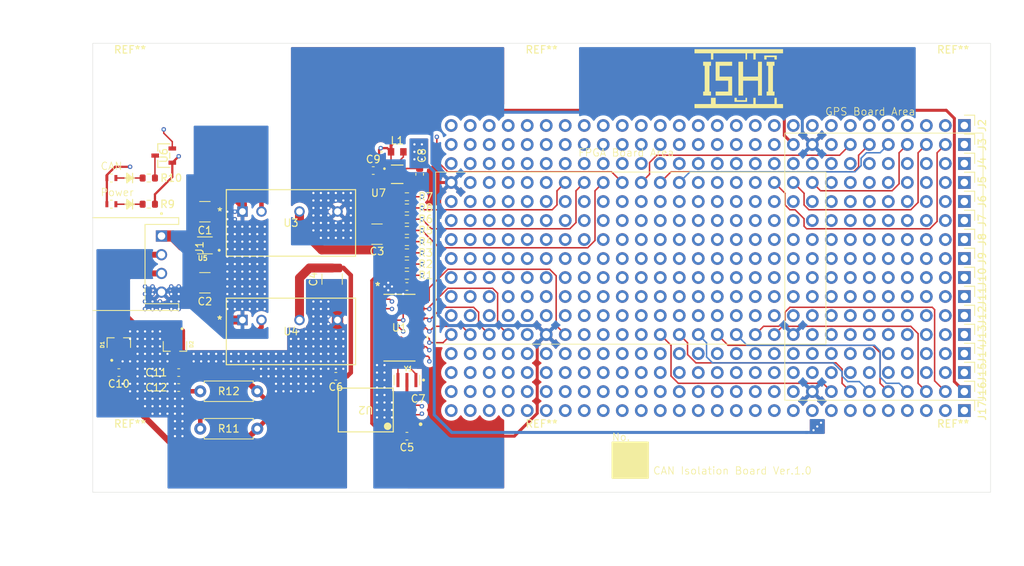
<source format=kicad_pcb>
(kicad_pcb (version 20241229) (generator "pcbnew") (generator_version "9.0")
  (title_block (title "CAN_Isolation") (date "2025-09-09") (rev "Ver.1.0") (company "ISHI-Kai"))
  (layers (0 "F.Cu" signal) (4 "In1.Cu" signal) (6 "In2.Cu" signal) (2 "B.Cu" signal) (13 "F.Paste" user) (15 "B.Paste" user) (5 "F.SilkS" user "F.Silkscreen") (7 "B.SilkS" user "B.Silkscreen") (1 "F.Mask" user) (3 "B.Mask" user) (25 "Edge.Cuts" user))
  (net 0 "")
  (net 1 "BAT_12V")
  (net 2 "BAT_GND")
  (net 3 "RF_GND")
  (net 4 "RF_3.3V")
  (net 5 "GND_5VCAN")
  (net 6 "+5VCAN")
  (net 7 "+5VD")
  (net 8 "CAN_H")
  (net 9 "CAN_L")
  (net 10 "Net-(C12-Pad1)")
  (net 56 "RF_Q1")
  (net 57 "RF_GNDA")
  (net 65 "RF_CLKOUT")
  (net 71 "RF_I1")
  (net 78 "RF_LED")
  (net 83 "RF_I0")
  (net 84 "RF_Q0")
  (net 86 "RF_IDEL")
  (net 91 "RF_SCLK")
  (net 92 "RF_ANTFLAG")
  (net 93 "Net-(U7-SW)")
  (net 94 "Net-(LED1-Pad1)")
  (net 95 "Net-(LED2-Pad1)")
  (net 96 "CAN_CS")
  (net 97 "CAN_SDO")
  (net 98 "CAN_SDI")
  (net 99 "CAN_SCK")
  (net 100 "CAN_GPIO0")
  (net 101 "CAN_GPIO1")
  (net 102 "CAN_CLK")
  (net 103 "CAN_INT")
  (net 104 "Net-(R10-Pad2)")
  (net 105 "Net-(U1-OSC2)")
  (net 106 "Net-(U1-OSC1)")
  (net 107 "Net-(U1-RXCAN)")
  (net 108 "Net-(U1-TXCAN)")
  (net 109 "CAN_LED")
  (net 201 "RF_SDATA")
  (net 236 "RF_SHDN")
  (net 242 "RF_CS")
  (net 244 "RF_LD")
  (footprint "Capacitor_SMD:C_0603_1608Metric" (layer "F.Cu") (at 130.657095 100.294905)
    (property "Reference" "C7")
    (property "Value" "100n")
  )
  (footprint "Resistor_SMD:R_0603_1608Metric" (layer "F.Cu") (at 96.157095 89.294905)
    (property "Reference" "R9")
    (property "Value" "200")
  )
  (footprint "MountingHole:MountingHole_3.2mm_M3" (layer "F.Cu") (at 148.657095 72.794905)
    (property "Reference" "REF**")
    (property "Value" "MountingHole_3.2mm_M3")
  )
  (footprint "CAN_Isolation:DWV0008A-IPC_A" (layer "F.Cu") (at 125.157095 116.794905 180)
    (property "Reference" "U2")
    (property "Value" "ISO1042QDWVRQ1")
  )
  (footprint "CAN_Isolation:PinHeader_1x28_P2.54mm_NoSilkScreen" (layer "F.Cu") (at 205.157095 88.934905 -90)
    (property "Reference" "J6")
    (property "Value" "Conn_01x28")
  )
  (footprint "MountingHole:MountingHole_3.2mm_M3" (layer "F.Cu") (at 93.657095 122.794905)
    (property "Reference" "REF**")
    (property "Value" "MountingHole_3.2mm_M3")
  )
  (footprint "CAN_Isolation:PinHeader_1x28_P2.54mm_NoSilkScreen" (layer "F.Cu") (at 205.157095 81.314905 -90)
    (property "Reference" "J3")
    (property "Value" "Conn_01x28")
  )
  (footprint "CAN_Isolation:ishikai_logo" (layer "F.Cu") (at 175 72.5)
    (property "Reference" "G***" (hide yes))
    (property "Value" "LOGO" (hide yes))
  )
  (footprint "CAN_Isolation:JST_S4B-XH-A" (layer "F.Cu") (at 92.157095 97.294905 -90)
    (property "Reference" "J1")
    (property "Value" "S4B-XH-A")
  )
  (footprint "Capacitor_SMD:C_0603_1608Metric" (layer "F.Cu") (at 92.157095 111.794905)
    (property "Reference" "C10")
    (property "Value" "47p")
  )
  (footprint "CAN_Isolation:PinHeader_1x28_P2.54mm_NoSilkScreen" (layer "F.Cu") (at 205.157095 94.014905 -90)
    (property "Reference" "J8")
    (property "Value" "Conn_01x28")
  )
  (footprint "MountingHole:MountingHole_3.2mm_M3" (layer "F.Cu") (at 203.657095 122.794905)
    (property "Reference" "REF**")
    (property "Value" "MountingHole_3.2mm_M3")
  )
  (footprint "CAN_Isolation:PinHeader_1x28_P2.54mm_NoSilkScreen" (layer "F.Cu") (at 205.157095 101.634905 -90)
    (property "Reference" "J11")
    (property "Value" "Conn_01x28")
  )
  (footprint "CAN_Isolation:PinHeader_1x28_P2.54mm_NoSilkScreen" (layer "F.Cu") (at 205.157095 116.874905 -90)
    (property "Reference" "J17")
    (property "Value" "Conn_01x28")
  )
  (footprint "CAN_Isolation:SON65P200X200X80-7N" (layer "F.Cu") (at 103.657095 94.794905 180)
    (property "Reference" "U5")
    (property "Value" "TVS1800DRVR")
  )
  (footprint "CAN_Isolation:PinHeader_1x28_P2.54mm_NoSilkScreen" (layer "F.Cu") (at 205.157095 111.794905 -90)
    (property "Reference" "J15")
    (property "Value" "Conn_01x28")
  )
  (footprint "CAN_Isolation:PinHeader_1x28_P2.54mm_NoSilkScreen" (layer "F.Cu") (at 205.157095 106.714905 -90)
    (property "Reference" "J13")
    (property "Value" "Conn_01x28")
  )
  (footprint "Capacitor_SMD:C_1210_3225Metric" (layer "F.Cu") (at 103.657095 99.794905)
    (property "Reference" "C2")
    (property "Value" "22u")
  )
  (footprint "Resistor_THT:R_Axial_DIN0207_L6.3mm_D2.5mm_P7.62mm_Horizontal" (layer "F.Cu") (at 103.037095 114.294905)
    (property "Reference" "R12")
    (property "Value" "60.4")
  )
  (footprint "Capacitor_SMD:C_0603_1608Metric" (layer "F.Cu") (at 130.657095 120.294905)
    (property "Reference" "C5")
    (property "Value" "100n")
  )
  (footprint "CAN_Isolation:TRANS_DTCZCAHZGT_ROM" (layer "F.Cu") (at 98.157095 82.794905 90)
    (property "Reference" "U6")
    (property "Value" "DTC114ECAHZGT116")
  )
  (footprint "CAN_Isolation:PinHeader_1x28_P2.54mm_NoSilkScreen" (layer "F.Cu") (at 205.157095 114.334905 -90)
    (property "Reference" "J16")
    (property "Value" "Conn_01x28")
  )
  (footprint "CAN_Isolation:PinHeader_1x28_P2.54mm_NoSilkScreen" (layer "F.Cu") (at 205.157095 91.474905 -90)
    (property "Reference" "J7")
    (property "Value" "Conn_01x28")
  )
  (footprint "CAN_Isolation:IND_LCCN_1608KK_TAY" (layer "F.Cu") (at 129.357894 82.294905)
    (property "Reference" "L1")
    (property "Value" "0.47uH")
  )
  (footprint "Capacitor_SMD:C_0603_1608Metric" (layer "F.Cu") (at 100.157095 111.794905)
    (property "Reference" "C11")
    (property "Value" "47p")
  )
  (footprint "CAN_Isolation:SOT95P237X111-3N" (layer "F.Cu") (at 92.157095 107.794905 90)
    (property "Reference" "D1")
    (property "Value" "MMBZ27VCLT1G")
  )
  (footprint "CAN_Isolation:SMLD12EN1WT86" (layer "F.Cu") (at 91.157095 85.794905 180)
    (property "Reference" "LED2" (hide yes))
    (property "Value" "SMLD12EN1WT86")
  )
  (footprint "CAN_Isolation:PinHeader_1x28_P2.54mm_NoSilkScreen" (layer "F.Cu") (at 205.157095 99.094905 -90)
    (property "Reference" "J10")
    (property "Value" "Conn_01x28")
  )
  (footprint "MountingHole:MountingHole_3.2mm_M3" (layer "F.Cu") (at 148.657095 122.794905)
    (property "Reference" "REF**")
    (property "Value" "MountingHole_3.2mm_M3")
  )
  (footprint "MountingHole:MountingHole_3.2mm_M3" (layer "F.Cu") (at 203.657095 72.794905)
    (property "Reference" "REF**")
    (property "Value" "MountingHole_3.2mm_M3")
  )
  (footprint "Capacitor_SMD:C_0603_1608Metric" (layer "F.Cu") (at 132.357894 85.294905 -90)
    (property "Reference" "C8")
    (property "Value" "100n")
  )
  (footprint "CAN_Isolation:MGS3_COS" (layer "F.Cu") (at 108.680095 90.270905)
    (property "Reference" "U3")
    (property "Value" "MGS3123R3")
  )
  (footprint "CAN_Isolation:MGS3_COS" (layer "F.Cu") (at 108.680095 104.770905)
    (property "Reference" "U4")
    (property "Value" "MGS1R51205")
  )
  (footprint "CAN_Isolation:PinHeader_1x28_P2.54mm_NoSilkScreen" (layer "F.Cu") (at 205.157095 96.554905 -90)
    (property "Reference" "J9")
    (property "Value" "Conn_01x28")
  )
  (footprint "Resistor_SMD:R_0603_1608Metric" (layer "F.Cu") (at 130.657095 92.794905)
    (property "Reference" "R5")
    (property "Value" "10k")
  )
  (footprint "Resistor_SMD:R_0603_1608Metric" (layer "F.Cu") (at 130.657095 95.794905)
    (property "Reference" "R3")
    (property "Value" "10k")
  )
  (footprint "CAN_Isolation:SOIC14_150MIL_SL_MCH" (layer "F.Cu") (at 129.657095 105.794905)
    (property "Reference" "U1")
    (property "Value" "MCP2518FDT-H/SL")
  )
  (footprint "CAN_Isolation:SMLD12EN1WT86" (layer "F.Cu") (at 91.157095 89.294905 180)
    (property "Reference" "LED1" (hide yes))
    (property "Value" "SMLD12EN1WT86")
  )
  (footprint "CAN_Isolation:SOT-5X3-8_DRL_TEX" (layer "F.Cu") (at 129.357894 85.294905)
    (property "Reference" "U7")
    (property "Value" "TPS610333QDRLRQ1")
  )
  (footprint "Resistor_SMD:R_0603_1608Metric" (layer "F.Cu") (at 130.657095 97.294905)
    (property "Reference" "R2")
    (property "Value" "10k")
  )
  (footprint "Capacitor_SMD:C_1210_3225Metric" (layer "F.Cu") (at 103.657095 90.294905)
    (property "Reference" "C1")
    (property "Value" "22u")
  )
  (footprint "Capacitor_SMD:C_0603_1608Metric" (layer "F.Cu") (at 121.157095 112.294905 180)
    (property "Reference" "C6")
    (property "Value" "100n")
  )
  (footprint "Capacitor_SMD:C_0603_1608Metric" (layer "F.Cu") (at 100.157095 113.794905 180)
    (property "Reference" "C12")
    (property "Value" "4700p")
  )
  (footprint "Resistor_THT:R_Axial_DIN0207_L6.3mm_D2.5mm_P7.62mm_Horizontal" (layer "F.Cu") (at 110.657095 119.294905 180)
    (property "Reference" "R11")
    (property "Value" "60.4")
  )
  (footprint "Capacitor_SMD:C_1210_3225Metric" (layer "F.Cu") (at 126.657095 93.294905 180)
    (property "Reference" "C3")
    (property "Value" "22u")
  )
  (footprint "MountingHole:MountingHole_3.2mm_M3" (layer "F.Cu") (at 93.657095 72.794905)
    (property "Reference" "REF**")
    (property "Value" "MountingHole_3.2mm_M3")
  )
  (footprint "CAN_Isolation:PinHeader_1x28_P2.54mm_NoSilkScreen" (layer "F.Cu") (at 205.157095 78.774905 -90)
    (property "Reference" "J2")
    (property "Value" "Conn_01x28")
  )
  (footprint "CAN_Isolation:PinHeader_1x28_P2.54mm_NoSilkScreen" (layer "F.Cu") (at 205.157095 86.394905 -90)
    (property "Reference" "J5")
    (property "Value" "Conn_01x28")
  )
  (footprint "CAN_Isolation:OSC_CSTNE20M0V530000R0" (layer "F.Cu") (at 130.657095 112.794905 180)
    (property "Reference" "Y1")
    (property "Value" "CSTNE20M0V530000R0")
  )
  (footprint "Capacitor_SMD:C_1210_3225Metric" (layer "F.Cu") (at 120.657095 99.294905 -90)
    (property "Reference" "C4")
    (property "Value" "22u")
  )
  (footprint "Capacitor_SMD:C_0603_1608Metric" (layer "F.Cu") (at 126.157095 84.794905 180)
    (property "Reference" "C9")
    (property "Value" "100n")
  )
  (footprint "CAN_Isolation:SOT95P237X111-3N" (layer "F.Cu") (at 99.657095 108.294905 -90)
    (property "Reference" "D2")
    (property "Value" "MMBZ27VCLT1G")
  )
  (footprint "CAN_Isolation:PinHeader_1x28_P2.54mm_NoSilkScreen" (layer "F.Cu") (at 205.157095 109.254905 -90)
    (property "Reference" "J14")
    (property "Value" "Conn_01x28")
  )
  (footprint "CAN_Isolation:PinHeader_1x28_P2.54mm_NoSilkScreen" (layer "F.Cu") (at 205.157095 83.854905 -90)
    (property "Reference" "J4")
    (property "Value" "Conn_01x28")
  )
  (footprint "CAN_Isolation:PinHeader_1x28_P2.54mm_NoSilkScreen" (layer "F.Cu") (at 205.157095 104.174905 -90)
    (property "Reference" "J12")
    (property "Value" "Conn_01x28")
  )
  (footprint "Resistor_SMD:R_0603_1608Metric" (layer "F.Cu") (at 96.157095 85.794905)
    (property "Reference" "R10")
    (property "Value" "200")
  )
  (footprint "Resistor_SMD:R_0603_1608Metric" (layer "F.Cu") (at 130.657095 91.294905)
    (property "Reference" "R6")
    (property "Value" "10k")
  )
  (footprint "Resistor_SMD:R_0603_1608Metric" (layer "F.Cu") (at 130.657095 98.794905)
    (property "Reference" "R1")
    (property "Value" "10k")
  )
  (footprint "Resistor_SMD:R_0603_1608Metric" (layer "F.Cu") (at 130.657095 88.294905)
    (property "Reference" "R7")
    (property "Value" "10k")
  )
  (footprint "Resistor_SMD:R_0603_1608Metric" (layer "F.Cu") (at 130.657095 89.794905)
    (property "Reference" "R8")
    (property "Value" "10k")
  )
  (footprint "Resistor_SMD:R_0603_1608Metric" (layer "F.Cu") (at 130.657095 94.294905)
    (property "Reference" "R4")
    (property "Value" "10k")
  )
  (gr_rect (start 181.157095 79.794905) (end 207.657095 115.494905) (stroke (width 0.1)) (fill no) (layer "F.SilkS"))
  (gr_rect (start 134.5 85) (end 186.657095 108) (stroke (width 0.1)) (fill no) (layer "F.SilkS"))
  (gr_rect (start 88.657095 67.794905) (end 208.657095 127.794905) (stroke (width 0.05)) (fill no) (layer "Edge.Cuts"))
  (gr_text "GPS Board Area" (at 186.5 77.5 0) (layer "F.SilkS") (effects (font (size 1 1) (thickness 0.1)) (justify left bottom)))
  (gr_text "No." (at 158 121 0) (layer "F.SilkS") (effects (font (size 1 1) (thickness 0.1)) (justify left bottom)))
  (gr_text "CAN Isolation Board Ver.1.0" (at 163.5 125.5 0) (layer "F.SilkS") (effects (font (size 1 1) (thickness 0.1)) (justify left bottom)))
  (gr_text "CAN" (at 89.657095 84.794905 0) (layer "F.SilkS") (effects (font (size 1 1) (thickness 0.1)) (justify left bottom)))
  (gr_text "Power" (at 89.657095 88.294905 0) (layer "F.SilkS") (effects (font (size 1 1) (thickness 0.1)) (justify left bottom)))
  (gr_text "FPGA Board Area" (at 153.5 83 0) (layer "F.SilkS") (effects (font (size 1 1) (thickness 0.1)) (justify left bottom)))
  (segment (start 102.182095 102.819905) (end 106.157095 106.794905) (width 0.6) (layer "F.Cu") (net 1))
  (segment (start 97.857095 93.544905) (end 99.407095 93.544905) (width 1.5) (layer "F.Cu") (net 1))
  (segment (start 102.657095 86.294905) (end 110.657095 86.294905) (width 0.6) (layer "F.Cu") (net 1))
  (segment (start 102.637095 94.144905) (end 102.637095 95.444905) (width 0.6) (layer "F.Cu") (net 1))
  (segment (start 111.220095 105.731905) (end 111.220095 104.770905) (width 0.6) (layer "F.Cu") (net 1))
  (segment (start 111.220095 86.857905) (end 111.220095 90.270905) (width 0.6) (layer "F.Cu") (net 1))
  (segment (start 110.157095 106.794905) (end 111.220095 105.731905) (width 0.6) (layer "F.Cu") (net 1))
  (segment (start 102.182095 99.794905) (end 102.182095 102.819905) (width 0.6) (layer "F.Cu") (net 1))
  (segment (start 102.637095 95.444905) (end 102.637095 96.864905) (width 0.6) (layer "F.Cu") (net 1))
  (segment (start 102.182095 97.319905) (end 102.182095 99.794905) (width 0.6) (layer "F.Cu") (net 1))
  (segment (start 100.657095 94.794905) (end 102.206095 94.794905) (width 1.5) (layer "F.Cu") (net 1))
  (segment (start 102.182095 86.769905) (end 102.657095 86.294905) (width 0.6) (layer "F.Cu") (net 1))
  (segment (start 99.407095 93.544905) (end 100.657095 94.794905) (width 1.5) (layer "F.Cu") (net 1))
  (segment (start 110.657095 86.294905) (end 111.220095 86.857905) (width 0.6) (layer "F.Cu") (net 1))
  (segment (start 102.182095 90.294905) (end 102.182095 86.769905) (width 0.6) (layer "F.Cu") (net 1))
  (segment (start 102.637095 96.864905) (end 102.182095 97.319905) (width 0.6) (layer "F.Cu") (net 1))
  (segment (start 102.637095 92.814905) (end 102.182095 92.359905) (width 0.6) (layer "F.Cu") (net 1))
  (segment (start 102.637095 94.144905) (end 102.637095 92.814905) (width 0.6) (layer "F.Cu") (net 1))
  (segment (start 106.157095 106.794905) (end 110.157095 106.794905) (width 0.6) (layer "F.Cu") (net 1))
  (segment (start 102.182095 92.359905) (end 102.182095 90.294905) (width 0.6) (layer "F.Cu") (net 1))
  (segment (start 104.307095 94.144905) (end 103.657095 94.794905) (width 0.4) (layer "F.Cu") (net 2))
  (segment (start 105.132095 97.319905) (end 104.677095 96.864905) (width 1.2) (layer "F.Cu") (net 2))
  (segment (start 104.677095 94.144905) (end 104.677095 95.444905) (width 1.2) (layer "F.Cu") (net 2))
  (segment (start 104.677095 94.794905) (end 103.657095 94.794905) (width 0.4) (layer "F.Cu") (net 2))
  (segment (start 104.677095 94.144905) (end 104.677095 94.794905) (width 1.1) (layer "F.Cu") (net 2))
  (segment (start 105.132095 103.769905) (end 106.133095 104.770905) (width 1.2) (layer "F.Cu") (net 2))
  (segment (start 105.132095 88.819905) (end 105.657095 88.294905) (width 1.2) (layer "F.Cu") (net 2))
  (segment (start 104.677095 93.224905) (end 104.677095 94.144905) (width 1.2) (layer "F.Cu") (net 2))
  (segment (start 107.657095 88.294905) (end 108.680095 89.317905) (width 1.2) (layer "F.Cu") (net 2))
  (segment (start 104.677095 94.794905) (end 104.677095 95.444905) (width 1.1) (layer "F.Cu") (net 2))
  (segment (start 105.132095 99.794905) (end 105.132095 103.769905) (width 1.2) (layer "F.Cu") (net 2))
  (segment (start 97.857095 101.044905) (end 97.857095 101.094905) (width 0.4) (layer "F.Cu") (net 2))
  (segment (start 105.132095 97.319905) (end 105.132095 99.794905) (width 1.2) (layer "F.Cu") (net 2))
  (segment (start 104.677095 95.444905) (end 104.307095 95.444905) (width 0.4) (layer "F.Cu") (net 2))
  (segment (start 104.307095 95.444905) (end 103.657095 94.794905) (width 0.4) (layer "F.Cu") (net 2))
  (segment (start 108.680095 89.317905) (end 108.680095 90.270905) (width 1.2) (layer "F.Cu") (net 2))
  (segment (start 105.132095 92.769905) (end 104.677095 93.224905) (width 1.2) (layer "F.Cu") (net 2))
  (segment (start 104.677095 94.144905) (end 104.307095 94.144905) (width 0.4) (layer "F.Cu") (net 2))
  (segment (start 105.132095 92.769905) (end 105.132095 90.294905) (width 1.2) (layer "F.Cu") (net 2))
  (segment (start 104.677095 96.864905) (end 104.677095 95.444905) (width 1.2) (layer "F.Cu") (net 2))
  (segment (start 105.657095 88.294905) (end 107.657095 88.294905) (width 1.2) (layer "F.Cu") (net 2))
  (segment (start 106.133095 104.770905) (end 108.680095 104.770905) (width 1.2) (layer "F.Cu") (net 2))
  (segment (start 105.132095 90.294905) (end 105.132095 88.819905) (width 1.2) (layer "F.Cu") (net 2))
  (via (at 110.657095 94.270905) (size 0.6) (drill 0.3) (layers "F.Cu" "B.Cu") (net 2))
  (via (at 109.657095 99.294905) (size 0.6) (drill 0.3) (layers "F.Cu" "B.Cu") (net 2))
  (via (at 107.657095 92.294905) (size 0.6) (drill 0.3) (layers "F.Cu" "B.Cu") (net 2))
  (via (at 111.657095 94.294905) (size 0.6) (drill 0.3) (layers "F.Cu" "B.Cu") (net 2))
  (via (at 106.657095 98.294905) (size 0.6) (drill 0.3) (layers "F.Cu" "B.Cu") (net 2))
  (via (at 99.157095 101.294905) (size 0.6) (drill 0.3) (layers "F.Cu" "B.Cu") (net 2))
  (via (at 108.657095 95.294905) (size 0.6) (drill 0.3) (layers "F.Cu" "B.Cu") (net 2))
  (via (at 107.657095 90.294905) (size 0.6) (drill 0.3) (layers "F.Cu" "B.Cu") (net 2))
  (via (at 106.657095 95.294905) (size 0.6) (drill 0.3) (layers "F.Cu" "B.Cu") (net 2))
  (via (at 106.657095 94.294905) (size 0.6) (drill 0.3) (layers "F.Cu" "B.Cu") (net 2))
  (via (at 109.657095 95.294905) (size 0.6) (drill 0.3) (layers "F.Cu" "B.Cu") (net 2))
  (via (at 107.657095 97.294905) (size 0.6) (drill 0.3) (layers "F.Cu" "B.Cu") (net 2))
  (via (at 108.657095 100.294905) (size 0.6) (drill 0.3) (layers "F.Cu" "B.Cu") (net 2))
  (via (at 99.157095 102.294905) (size 0.6) (drill 0.3) (layers "F.Cu" "B.Cu") (net 2))
  (via (at 108.657095 92.294905) (size 0.6) (drill 0.3) (layers "F.Cu" "B.Cu") (net 2))
  (via (at 95.657095 100.294905) (size 0.6) (drill 0.3) (layers "F.Cu" "B.Cu") (net 2))
  (via (at 109.657095 102.294905) (size 0.6) (drill 0.3) (layers "F.Cu" "B.Cu") (net 2))
  (via (at 108.657095 93.294905) (size 0.6) (drill 0.3) (layers "F.Cu" "B.Cu") (net 2))
  (via (at 107.657095 103.294905) (size 0.6) (drill 0.3) (layers "F.Cu" "B.Cu") (net 2))
  (via (at 100.157095 100.294905) (size 0.6) (drill 0.3) (layers "F.Cu" "B.Cu") (net 2))
  (via (at 106.657095 90.294905) (size 0.6) (drill 0.3) (layers "F.Cu" "B.Cu") (net 2))
  (via (at 109.657095 101.294905) (size 0.6) (drill 0.3) (layers "F.Cu" "B.Cu") (net 2))
  (via (at 107.657095 93.294905) (size 0.6) (drill 0.3) (layers "F.Cu" "B.Cu") (net 2))
  (via (at 96.657095 103.294905) (size 0.6) (drill 0.3) (layers "F.Cu" "B.Cu") (net 2))
  (via (at 97.657095 102.294905) (size 0.6) (drill 0.3) (layers "F.Cu" "B.Cu") (net 2))
  (via (at 106.657095 97.294905) (size 0.6) (drill 0.3) (layers "F.Cu" "B.Cu") (net 2))
  (via (at 108.657095 102.294905) (size 0.6) (drill 0.3) (layers "F.Cu" "B.Cu") (net 2))
  (via (at 108.657095 103.294905) (size 0.6) (drill 0.3) (layers "F.Cu" "B.Cu") (net 2))
  (via (at 110.657095 97.294905) (size 0.6) (drill 0.3) (layers "F.Cu" "B.Cu") (net 2))
  (via (at 110.657095 93.294905) (size 0.6) (drill 0.3) (layers "F.Cu" "B.Cu") (net 2))
  (via (at 95.657095 103.294905) (size 0.6) (drill 0.3) (layers "F.Cu" "B.Cu") (net 2))
  (via (at 108.657095 96.294905) (size 0.6) (drill 0.3) (layers "F.Cu" "B.Cu") (net 2))
  (via (at 111.657095 99.294905) (size 0.6) (drill 0.3) (layers "F.Cu" "B.Cu") (net 2))
  (via (at 95.657095 101.294905) (size 0.6) (drill 0.3) (layers "F.Cu" "B.Cu") (net 2))
  (via (at 110.657095 100.294905) (size 0.6) (drill 0.3) (layers "F.Cu" "B.Cu") (net 2))
  (via (at 96.657095 102.294905) (size 0.6) (drill 0.3) (layers "F.Cu" "B.Cu") (net 2))
  (via (at 111.657095 100.294905) (size 0.6) (drill 0.3) (layers "F.Cu" "B.Cu") (net 2))
  (via (at 109.657095 100.294905) (size 0.6) (drill 0.3) (layers "F.Cu" "B.Cu") (net 2))
  (via (at 111.657095 93.294905) (size 0.6) (drill 0.3) (layers "F.Cu" "B.Cu") (net 2))
  (via (at 107.657095 99.294905) (size 0.6) (drill 0.3) (layers "F.Cu" "B.Cu") (net 2))
  (via (at 108.657095 98.294905) (size 0.6) (drill 0.3) (layers "F.Cu" "B.Cu") (net 2))
  (via (at 108.657095 97.294905) (size 0.6) (drill 0.3) (layers "F.Cu" "B.Cu") (net 2))
  (via (at 109.657095 98.294905) (size 0.6) (drill 0.3) (layers "F.Cu" "B.Cu") (net 2))
  (via (at 110.657095 95.294905) (size 0.6) (drill 0.3) (layers "F.Cu" "B.Cu") (net 2))
  (via (at 107.657095 95.294905) (size 0.6) (drill 0.3) (layers "F.Cu" "B.Cu") (net 2))
  (via (at 99.157095 100.294905) (size 0.6) (drill 0.3) (layers "F.Cu" "B.Cu") (net 2))
  (via (at 106.657095 100.294905) (size 0.6) (drill 0.3) (layers "F.Cu" "B.Cu") (net 2))
  (via (at 111.657095 95.294905) (size 0.6) (drill 0.3) (layers "F.Cu" "B.Cu") (net 2))
  (via (at 96.657095 100.294905) (size 0.6) (drill 0.3) (layers "F.Cu" "B.Cu") (net 2))
  (via (at 108.657095 94.294905) (size 0.6) (drill 0.3) (layers "F.Cu" "B.Cu") (net 2))
  (via (at 111.657095 102.294905) (size 0.6) (drill 0.3) (layers "F.Cu" "B.Cu") (net 2))
  (via (at 108.657095 101.294905) (size 0.6) (drill 0.3) (layers "F.Cu" "B.Cu") (net 2))
  (via (at 107.657095 100.294905) (size 0.6) (drill 0.3) (layers "F.Cu" "B.Cu") (net 2))
  (via (at 106.657095 92.294905) (size 0.6) (drill 0.3) (layers "F.Cu" "B.Cu") (net 2))
  (via (at 109.657095 93.294905) (size 0.6) (drill 0.3) (layers "F.Cu" "B.Cu") (net 2))
  (via (at 109.657095 92.294905) (size 0.6) (drill 0.3) (layers "F.Cu" "B.Cu") (net 2))
  (via (at 100.157095 101.294905) (size 0.6) (drill 0.3) (layers "F.Cu" "B.Cu") (net 2))
  (via (at 109.657095 103.294905) (size 0.6) (drill 0.3) (layers "F.Cu" "B.Cu") (net 2))
  (via (at 107.657095 101.294905) (size 0.6) (drill 0.3) (layers "F.Cu" "B.Cu") (net 2))
  (via (at 111.657095 92.294905) (size 0.6) (drill 0.3) (layers "F.Cu" "B.Cu") (net 2))
  (via (at 107.657095 102.294905) (size 0.6) (drill 0.3) (layers "F.Cu" "B.Cu") (net 2))
  (via (at 109.657095 97.294905) (size 0.6) (drill 0.3) (layers "F.Cu" "B.Cu") (net 2))
  (via (at 110.657095 101.294905) (size 0.6) (drill 0.3) (layers "F.Cu" "B.Cu") (net 2))
  (via (at 110.657095 99.294905) (size 0.6) (drill 0.3) (layers "F.Cu" "B.Cu") (net 2))
  (via (at 96.657095 101.294905) (size 0.6) (drill 0.3) (layers "F.Cu" "B.Cu") (net 2))
  (via (at 110.657095 92.294905) (size 0.6) (drill 0.3) (layers "F.Cu" "B.Cu") (net 2))
  (via (at 99.157095 103.294905) (size 0.6) (drill 0.3) (layers "F.Cu" "B.Cu") (net 2))
  (via (at 110.657095 96.294905) (size 0.6) (drill 0.3) (layers "F.Cu" "B.Cu") (net 2))
  (via (at 107.657095 98.294905) (size 0.6) (drill 0.3) (layers "F.Cu" "B.Cu") (net 2))
  (via (at 109.657095 94.294905) (size 0.6) (drill 0.3) (layers "F.Cu" "B.Cu") (net 2))
  (via (at 95.657095 102.294905) (size 0.6) (drill 0.3) (layers "F.Cu" "B.Cu") (net 2))
  (via (at 111.657095 103.294905) (size 0.6) (drill 0.3) (layers "F.Cu" "B.Cu") (net 2))
  (via (at 106.657095 102.294905) (size 0.6) (drill 0.3) (layers "F.Cu" "B.Cu") (net 2))
  (via (at 110.657095 102.294905) (size 0.6) (drill 0.3) (layers "F.Cu" "B.Cu") (net 2))
  (via (at 111.657095 98.294905) (size 0.6) (drill 0.3) (layers "F.Cu" "B.Cu") (net 2))
  (via (at 110.657095 98.294905) (size 0.6) (drill 0.3) (layers "F.Cu" "B.Cu") (net 2))
  (via (at 106.657095 99.294905) (size 0.6) (drill 0.3) (layers "F.Cu" "B.Cu") (net 2))
  (via (at 107.657095 94.294905) (size 0.6) (drill 0.3) (layers "F.Cu" "B.Cu") (net 2))
  (via (at 111.657095 101.294905) (size 0.6) (drill 0.3) (layers "F.Cu" "B.Cu") (net 2))
  (via (at 108.657095 99.294905) (size 0.6) (drill 0.3) (layers "F.Cu" "B.Cu") (net 2))
  (via (at 111.657095 97.294905) (size 0.6) (drill 0.3) (layers "F.Cu" "B.Cu") (net 2))
  (via (at 106.657095 101.294905) (size 0.6) (drill 0.3) (layers "F.Cu" "B.Cu") (net 2))
  (via (at 106.657095 103.294905) (size 0.6) (drill 0.3) (layers "F.Cu" "B.Cu") (net 2))
  (via (at 109.657095 96.294905) (size 0.6) (drill 0.3) (layers "F.Cu" "B.Cu") (net 2))
  (via (at 100.157095 103.294905) (size 0.6) (drill 0.3) (layers "F.Cu" "B.Cu") (net 2))
  (via (at 107.657095 91.294905) (size 0.6) (drill 0.3) (layers "F.Cu" "B.Cu") (net 2))
  (via (at 110.657095 103.294905) (size 0.6) (drill 0.3) (layers "F.Cu" "B.Cu") (net 2))
  (via (at 106.657095 96.294905) (size 0.6) (drill 0.3) (layers "F.Cu" "B.Cu") (net 2))
  (via (at 97.657095 103.294905) (size 0.6) (drill 0.3) (layers "F.Cu" "B.Cu") (net 2))
  (via (at 111.657095 96.294905) (size 0.6) (drill 0.3) (layers "F.Cu" "B.Cu") (net 2))
  (via (at 106.657095 93.294905) (size 0.6) (drill 0.3) (layers "F.Cu" "B.Cu") (net 2))
  (via (at 107.657095 96.294905) (size 0.6) (drill 0.3) (layers "F.Cu" "B.Cu") (net 2))
  (via (at 100.157095 102.294905) (size 0.6) (drill 0.3) (layers "F.Cu" "B.Cu") (net 2))
  (via (at 106.657095 91.294905) (size 0.6) (drill 0.3) (layers "F.Cu" "B.Cu") (net 2))
  (segment (start 97.857095 101.044905) (end 98.907095 101.044905) (width 0.4) (layer "B.Cu") (net 2))
  (segment (start 108.680095 104.770905) (end 108.680095 104.817905) (width 1.2) (layer "B.Cu") (net 2))
  (segment (start 98.907095 101.044905) (end 99.157095 101.294905) (width 0.4) (layer "B.Cu") (net 2))
  (segment (start 97.857095 101.044905) (end 98.407095 101.044905) (width 0.4) (layer "B.Cu") (net 2))
  (segment (start 97.857095 101.044905) (end 97.407095 101.044905) (width 0.4) (layer "B.Cu") (net 2))
  (segment (start 97.857095 101.044905) (end 96.907095 101.044905) (width 0.4) (layer "B.Cu") (net 2))
  (segment (start 108.680095 104.770905) (end 108.681095 104.770905) (width 1.2) (layer "B.Cu") (net 2))
  (segment (start 97.407095 101.044905) (end 96.657095 100.294905) (width 0.4) (layer "B.Cu") (net 2))
  (segment (start 96.907095 101.044905) (end 96.657095 101.294905) (width 0.4) (layer "B.Cu") (net 2))
  (segment (start 98.407095 101.044905) (end 99.157095 100.294905) (width 0.4) (layer "B.Cu") (net 2))
  (segment (start 127.657095 115.794905) (end 128.657095 115.794905) (width 0.6) (layer "F.Cu") (net 3))
  (segment (start 126.657095 115.794905) (end 127.657095 115.794905) (width 0.6) (layer "F.Cu") (net 3))
  (segment (start 126.657095 113.794905) (end 127.657095 113.794905) (width 0.6) (layer "F.Cu") (net 3))
  (segment (start 128.657095 100.294905) (end 128.157095 99.794905) (width 0.6) (layer "F.Cu") (net 3))
  (segment (start 126.657095 114.794905) (end 127.657095 114.794905) (width 0.6) (layer "F.Cu") (net 3))
  (segment (start 129.157095 101.294905) (end 130.157095 101.294905) (width 0.6) (layer "F.Cu") (net 3))
  (segment (start 96.982095 89.294905) (end 96.982095 87.969905) (width 0.3) (layer "F.Cu") (net 3))
  (segment (start 128.657095 117.794905) (end 127.657095 117.794905) (width 0.6) (layer "F.Cu") (net 3))
  (segment (start 129.157095 100.794905) (end 128.657095 100.294905) (width 0.6) (layer "F.Cu") (net 3))
  (segment (start 130.157095 85.544905) (end 130.607894 85.544905) (width 0.2) (layer "F.Cu") (net 3))
  (segment (start 126.657095 115.794905) (end 126.657095 114.794905) (width 0.6) (layer "F.Cu") (net 3))
  (segment (start 148.073695 117.24017) (end 145.01896 120.294905) (width 0.4) (layer "F.Cu") (net 3))
  (segment (start 126.657095 112.794905) (end 127.657095 112.794905) (width 0.6) (layer "F.Cu") (net 3))
  (segment (start 127.657095 113.794905) (end 127.657095 114.794905) (width 0.6) (layer "F.Cu") (net 3))
  (segment (start 127.657095 110.794905) (end 127.657095 111.794905) (width 0.6) (layer "F.Cu") (net 3))
  (segment (start 149.277095 106.714905) (end 148.073695 107.918305) (width 0.4) (layer "F.Cu") (net 3))
  (segment (start 128.657095 100.294905) (end 127.657095 100.294905) (width 0.6) (layer "F.Cu") (net 3))
  (segment (start 128.157095 100.794905) (end 128.657095 100.794905) (width 0.6) (layer "F.Cu") (net 3))
  (segment (start 128.657095 100.294905) (end 128.157095 100.794905) (width 0.6) (layer "F.Cu") (net 3))
  (segment (start 136.577095 86.394905) (end 132.682894 86.394905) (width 0.4) (layer "F.Cu") (net 3))
  (segment (start 128.657095 100.794905) (end 129.157095 101.294905) (width 0.6) (layer "F.Cu") (net 3))
  (segment (start 129.882095 100.294905) (end 129.882095 100.569905) (width 0.6) (layer "F.Cu") (net 3))
  (segment (start 125.182095 93.294905) (end 124.157095 93.294905) (width 2) (layer "F.Cu") (net 3))
  (segment (start 148.073695 107.918305) (end 148.073695 117.24017) (width 0.4) (layer "F.Cu") (net 3))
  (segment (start 127.311395 110.449205) (end 127.657095 110.794905) (width 0.6) (layer "F.Cu") (net 3))
  (segment (start 130.157095 100.569905) (end 129.882095 100.294905) (width 0.6) (layer "F.Cu") (net 3))
  (segment (start 127.002795 109.604905) (end 127.002795 110.449205) (width 0.6) (layer "F.Cu") (net 3))
  (segment (start 128.657095 116.794905) (end 127.657095 116.794905) (width 0.6) (layer "F.Cu") (net 3))
  (segment (start 145.01896 120.294905) (end 131.432095 120.294905) (width 0.4) (layer "F.Cu") (net 3))
  (segment (start 128.657095 115.794905) (end 128.657095 116.794905) (width 0.6) (layer "F.Cu") (net 3))
  (segment (start 96.982095 87.969905) (end 99.300095 85.651905) (width 0.3) (layer "F.Cu") (net 3))
  (segment (start 130.657095 112.794905) (end 130.657095 114.690428) (width 0.4) (layer "F.Cu") (net 3))
  (segment (start 129.157095 101.294905) (end 129.157095 100.794905) (width 0.6) (layer "F.Cu") (net 3))
  (segment (start 127.002795 110.449205) (end 127.311395 110.449205) (width 0.6) (layer "F.Cu") (net 3))
  (segment (start 126.657095 116.794905) (end 127.657095 116.794905) (width 0.6) (layer "F.Cu") (net 3))
  (segment (start 127.002795 110.449205) (end 126.657095 110.794905) (width 0.6) (layer "F.Cu") (net 3))
  (segment (start 127.657095 114.794905) (end 127.657095 115.794905) (width 0.6) (layer "F.Cu") (net 3))
  (segment (start 130.657095 114.690428) (end 130.457618 114.889905) (width 0.4) (layer "F.Cu") (net 3))
  (segment (start 126.657095 111.794905) (end 127.657095 111.794905) (width 0.6) (layer "F.Cu") (net 3))
  (segment (start 127.657095 115.794905) (end 127.657095 116.794905) (width 0.6) (layer "F.Cu") (net 3))
  (segment (start 126.657095 113.794905) (end 126.657095 112.794905) (width 0.6) (layer "F.Cu") (net 3))
  (segment (start 127.657095 111.794905) (end 127.657095 112.794905) (width 0.6) (layer "F.Cu") (net 3))
  (segment (start 126.657095 116.794905) (end 126.657095 115.794905) (width 0.6) (layer "F.Cu") (net 3))
  (segment (start 127.657095 116.794905) (end 127.657095 117.794905) (width 0.6) (layer "F.Cu") (net 3))
  (segment (start 129.882095 100.569905) (end 129.157095 101.294905) (width 0.6) (layer "F.Cu") (net 3))
  (segment (start 128.157095 100.794905) (end 127.657095 100.294905) (width 0.6) (layer "F.Cu") (net 3))
  (segment (start 126.657095 117.794905) (end 126.657095 116.794905) (width 0.6) (layer "F.Cu") (net 3))
  (segment (start 126.657095 112.794905) (end 126.657095 111.794905) (width 0.6) (layer "F.Cu") (net 3))
  (segment (start 130.607894 85.544905) (end 131.132894 86.069905) (width 0.2) (layer "F.Cu") (net 3))
  (segment (start 99.300095 83.744906) (end 100.159095 82.885906) (width 0.3) (layer "F.Cu") (net 3))
  (segment (start 127.657095 112.794905) (end 127.657095 113.794905) (width 0.6) (layer "F.Cu") (net 3))
  (segment (start 99.300095 85.651905) (end 99.300095 83.744906) (width 0.3) (layer "F.Cu") (net 3))
  (segment (start 126.657095 114.794905) (end 126.657095 113.794905) (width 0.6) (layer "F.Cu") (net 3))
  (segment (start 132.682894 86.394905) (end 132.357894 86.069905) (width 0.4) (layer "F.Cu") (net 3))
  (segment (start 130.457618 114.889905) (end 127.752095 114.889905) (width 0.6) (layer "F.Cu") (net 3))
  (segment (start 127.657095 100.294905) (end 128.157095 99.794905) (width 0.6) (layer "F.Cu") (net 3))
  (segment (start 130.157095 101.294905) (end 130.157095 100.569905) (width 0.6) (layer "F.Cu") (net 3))
  (segment (start 128.657095 116.794905) (end 128.657095 117.794905) (width 0.6) (layer "F.Cu") (net 3))
  (segment (start 127.657095 117.794905) (end 126.657095 117.794905) (width 0.6) (layer "F.Cu") (net 3))
  (segment (start 131.132894 86.069905) (end 132.357894 86.069905) (width 0.2) (layer "F.Cu") (net 3))
  (segment (start 127.752095 114.889905) (end 127.657095 114.794905) (width 0.4) (layer "F.Cu") (net 3))
  (segment (start 129.882095 100.294905) (end 128.657095 100.294905) (width 0.6) (layer "F.Cu") (net 3))
  (segment (start 126.657095 111.794905) (end 126.657095 110.794905) (width 0.6) (layer "F.Cu") (net 3))
  (via (at 122.157095 92.794905) (size 0.6) (drill 0.3) (layers "F.Cu" "B.Cu") (net 3))
  (via (at 119.157095 93.794905) (size 0.6) (drill 0.3) (layers "F.Cu" "B.Cu") (net 3))
  (via (at 121.157095 87.794905) (size 0.6) (drill 0.3) (layers "F.Cu" "B.Cu") (net 3))
  (via (at 123.157095 93.794905) (size 0.6) (drill 0.3) (layers "F.Cu" "B.Cu") (net 3))
  (via (at 127.657095 115.794905) (size 0.6) (drill 0.3) (layers "F.Cu" "B.Cu") (net 3))
  (via (at 122.157095 88.794905) (size 0.6) (drill 0.3) (layers "F.Cu" "B.Cu") (net 3))
  (via (at 118.157095 91.794905) (size 0.6) (drill 0.3) (layers "F.Cu" "B.Cu") (net 3))
  (via (at 126.657095 116.794905) (size 0.6) (drill 0.3) (layers "F.Cu" "B.Cu") (net 3))
  (via (at 120.157095 92.794905) (size 0.6) (drill 0.3) (layers "F.Cu" "B.Cu") (net 3))
  (via (at 130.157095 101.294905) (size 0.6) (drill 0.3) (layers "F.Cu" "B.Cu") (net 3))
  (via (at 128.657095 115.794905) (size 0.6) (drill 0.3) (layers "F.Cu" "B.Cu") (net 3))
  (via (at 128.657095 100.294905) (size 0.6) (drill 0.3) (layers "F.Cu" "B.Cu") (net 3))
  (via (at 122.157095 93.794905) (size 0.6) (drill 0.3) (layers "F.Cu" "B.Cu") (net 3))
  (via (at 121.157095 91.794905) (size 0.6) (drill 0.3) (layers "F.Cu" "B.Cu") (net 3))
  (via (at 128.157095 100.794905) (size 0.6) (drill 0.3) (layers "F.Cu" "B.Cu") (net 3))
  (via (at 123.157095 89.794905) (size 0.6) (drill 0.3) (layers "F.Cu" "B.Cu") (net 3))
  (via (at 127.657095 114.794905) (size 0.6) (drill 0.3) (layers "F.Cu" "B.Cu") (net 3))
  (via (at 126.657095 115.794905) (size 0.6) (drill 0.3) (layers "F.Cu" "B.Cu") (net 3))
  (via (at 128.157095 99.794905) (size 0.6) (drill 0.3) (layers "F.Cu" "B.Cu") (net 3))
  (via (at 127.657095 112.794905) (size 0.6) (drill 0.3) (layers "F.Cu" "B.Cu") (net 3))
  (via (at 120.157095 87.794905) (size 0.6) (drill 0.3) (layers "F.Cu" "B.Cu") (net 3))
  (via (at 126.657095 110.794905) (size 0.6) (drill 0.3) (layers "F.Cu" "B.Cu") (net 3))
  (via (at 127.657095 100.294905) (size 0.6) (drill 0.3) (layers "F.Cu" "B.Cu") (net 3))
  (via (at 100.159095 82.885906) (size 0.6) (drill 0.3) (layers "F.Cu" "B.Cu") (net 3))
  (via (at 120.157095 88.794905) (size 0.6) (drill 0.3) (layers "F.Cu" "B.Cu") (net 3))
  (via (at 119.157095 89.794905) (size 0.6) (drill 0.3) (layers "F.Cu" "B.Cu") (net 3))
  (via (at 123.157095 88.794905) (size 0.6) (drill 0.3) (layers "F.Cu" "B.Cu") (net 3))
  (via (at 127.657095 116.794905) (size 0.6) (drill 0.3) (layers "F.Cu" "B.Cu") (net 3))
  (via (at 119.157095 90.794905) (size 0.6) (drill 0.3) (layers "F.Cu" "B.Cu") (net 3))
  (via (at 127.657095 110.794905) (size 0.6) (drill 0.3) (layers "F.Cu" "B.Cu") (net 3))
  (via (at 119.157095 92.794905) (size 0.6) (drill 0.3) (layers "F.Cu" "B.Cu") (net 3))
  (via (at 118.157095 88.794905) (size 0.6) (drill 0.3) (layers "F.Cu" "B.Cu") (net 3))
  (via (at 122.157095 87.794905) (size 0.6) (drill 0.3) (layers "F.Cu" "B.Cu") (net 3))
  (via (at 121.157095 93.794905) (size 0.6) (drill 0.3) (layers "F.Cu" "B.Cu") (net 3))
  (via (at 118.157095 89.794905) (size 0.6) (drill 0.3) (layers "F.Cu" "B.Cu") (net 3))
  (via (at 127.657095 111.794905) (size 0.6) (drill 0.3) (layers "F.Cu" "B.Cu") (net 3))
  (via (at 127.657095 113.794905) (size 0.6) (drill 0.3) (layers "F.Cu" "B.Cu") (net 3))
  (via (at 118.157095 92.794905) (size 0.6) (drill 0.3) (layers "F.Cu" "B.Cu") (net 3))
  (via (at 122.157095 91.794905) (size 0.6) (drill 0.3) (layers "F.Cu" "B.Cu") (net 3))
  (via (at 119.157095 91.794905) (size 0.6) (drill 0.3) (layers "F.Cu" "B.Cu") (net 3))
  (via (at 121.157095 88.794905) (size 0.6) (drill 0.3) (layers "F.Cu" "B.Cu") (net 3))
  (via (at 123.157095 92.794905) (size 0.6) (drill 0.3) (layers "F.Cu" "B.Cu") (net 3))
  (via (at 126.657095 112.794905) (size 0.6) (drill 0.3) (layers "F.Cu" "B.Cu") (net 3))
  (via (at 118.157095 90.794905) (size 0.6) (drill 0.3) (layers "F.Cu" "B.Cu") (net 3))
  (via (at 126.657095 113.794905) (size 0.6) (drill 0.3) (layers "F.Cu" "B.Cu") (net 3))
  (via (at 123.157095 91.794905) (size 0.6) (drill 0.3) (layers "F.Cu" "B.Cu") (net 3))
  (via (at 120.157095 90.794905) (size 0.6) (drill 0.3) (layers "F.Cu" "B.Cu") (net 3))
  (via (at 127.657095 117.794905) (size 0.6) (drill 0.3) (layers "F.Cu" "B.Cu") (net 3))
  (via (at 120.157095 91.794905) (size 0.6) (drill 0.3) (layers "F.Cu" "B.Cu") (net 3))
  (via (at 121.157095 92.794905) (size 0.6) (drill 0.3) (layers "F.Cu" "B.Cu") (net 3))
  (via (at 126.657095 111.794905) (size 0.6) (drill 0.3) (layers "F.Cu" "B.Cu") (net 3))
  (via (at 118.157095 87.794905) (size 0.6) (drill 0.3) (layers "F.Cu" "B.Cu") (net 3))
  (via (at 128.657095 117.794905) (size 0.6) (drill 0.3) (layers "F.Cu" "B.Cu") (net 3))
  (via (at 120.157095 93.794905) (size 0.6) (drill 0.3) (layers "F.Cu" "B.Cu") (net 3))
  (via (at 119.157095 88.794905) (size 0.6) (drill 0.3) (layers "F.Cu" "B.Cu") (net 3))
  (via (at 129.157095 101.294905) (size 0.6) (drill 0.3) (layers "F.Cu" "B.Cu") (net 3))
  (via (at 123.157095 87.794905) (size 0.6) (drill 0.3) (layers "F.Cu" "B.Cu") (net 3))
  (via (at 126.657095 117.794905) (size 0.6) (drill 0.3) (layers "F.Cu" "B.Cu") (net 3))
  (via (at 119.157095 87.794905) (size 0.6) (drill 0.3) (layers "F.Cu" "B.Cu") (net 3))
  (via (at 128.657095 116.794905) (size 0.6) (drill 0.3) (layers "F.Cu" "B.Cu") (net 3))
  (via (at 126.657095 114.794905) (size 0.6) (drill 0.3) (layers "F.Cu" "B.Cu") (net 3))
  (via (at 123.157095 90.794905) (size 0.6) (drill 0.3) (layers "F.Cu" "B.Cu") (net 3))
  (via (at 120.157095 89.794905) (size 0.6) (drill 0.3) (layers "F.Cu" "B.Cu") (net 3))
  (segment (start 135.5 77) (end 134 78.5) (width 0.4) (layer "B.Cu") (net 3))
  (segment (start 134.863895 104.16357) (end 136.21183 105.511505) (width 0.4) (layer "B.Cu") (net 3))
  (segment (start 183.5 78) (end 182.5 77) (width 0.4) (layer "B.Cu") (net 3))
  (segment (start 182.5 77) (end 135.5 77) (width 0.4) (layer "B.Cu") (net 3))
  (segment (start 134.863895 88.108105) (end 134.863895 104.16357) (width 0.4) (layer "B.Cu") (net 3))
  (segment (start 134 83.81781) (end 136.577095 86.394905) (width 0.4) (layer "B.Cu") (net 3))
  (segment (start 134 78.5) (end 134 83.81781) (width 0.4) (layer "B.Cu") (net 3))
  (segment (start 148.073695 105.511505) (end 149.277095 106.714905) (width 0.4) (layer "B.Cu") (net 3))
  (segment (start 136.577095 86.394905) (end 134.863895 88.108105) (width 0.4) (layer "B.Cu") (net 3))
  (segment (start 136.21183 105.511505) (end 148.073695 105.511505) (width 0.4) (layer "B.Cu") (net 3))
  (segment (start 184.837095 81.314905) (end 183.5 79.97781) (width 0.4) (layer "B.Cu") (net 3))
  (segment (start 183.5 79.97781) (end 183.5 78) (width 0.4) (layer "B.Cu") (net 3))
  (segment (start 129.832095 91.294905) (end 129.832095 92.794905) (width 0.8) (layer "F.Cu") (net 4))
  (segment (start 129.832095 89.794905) (end 129.832095 88.294905) (width 0.8) (layer "F.Cu") (net 4))
  (segment (start 116.300095 90.270905) (end 116.300095 92.427638) (width 1.2) (layer "F.Cu") (net 4))
  (segment (start 129.882095 120.294905) (end 129.882095 119.275428) (width 0.4) (layer "F.Cu") (net 4))
  (segment (start 129.832095 98.794905) (end 126.657095 98.794905) (width 0.4) (layer "F.Cu") (net 4))
  (segment (start 180.68739 76.741505) (end 181.093695 77.14781) (width 0.4) (layer "F.Cu") (net 4))
  (segment (start 90.553845 85.398155) (end 91.657095 84.294905) (width 0.3) (layer "F.Cu") (net 4))
  (segment (start 131.432095 100.294905) (end 132.311395 101.174205) (width 0.4) (layer "F.Cu") (net 4))
  (segment (start 129.832095 92.794905) (end 129.832095 94.294905) (width 0.8) (layer "F.Cu") (net 4))
  (segment (start 129.085195 85.544905) (end 129.585196 86.044906) (width 0.2) (layer "F.Cu") (net 4))
  (segment (start 202.741505 76.741505) (end 203.820495 77.820495) (width 0.4) (layer "F.Cu") (net 4))
  (segment (start 130.157095 99.069905) (end 131.382095 100.294905) (width 0.4) (layer "F.Cu") (net 4))
  (segment (start 127.157095 81.794905) (end 126.932095 82.019905) (width 0.3) (layer "F.Cu") (net 4))
  (segment (start 129.832095 89.794905) (end 129.832095 91.294905) (width 0.8) (layer "F.Cu") (net 4))
  (segment (start 181.093695 80.111505) (end 182.297095 81.314905) (width 0.4) (layer "F.Cu") (net 4))
  (segment (start 126.932095 90.019905) (end 128.657095 88.294905) (width 1.2) (layer "F.Cu") (net 4))
  (segment (start 178.5 76.741505) (end 133.190494 76.741505) (width 0.4) (layer "F.Cu") (net 4))
  (segment (start 128.132095 94.819905) (end 128.132095 93.294905) (width 1.2) (layer "F.Cu") (net 4))
  (segment (start 128.132095 91.269905) (end 126.932095 90.069905) (width 1.2) (layer "F.Cu") (net 4))
  (segment (start 128.657095 88.294905) (end 129.832095 88.294905) (width 1.2) (layer "F.Cu") (net 4))
  (segment (start 128.558693 85.544905) (end 128.558693 85.044905) (width 0.2) (layer "F.Cu") (net 4))
  (segment (start 128.558693 85.044905) (end 128.558693 84.544904) (width 0.2) (layer "F.Cu") (net 4))
  (segment (start 91.657095 84.294905) (end 93.657095 84.294905) (width 0.3) (layer "F.Cu") (net 4))
  (segment (start 127.182096 84.544904) (end 126.932095 84.794905) (width 0.2) (layer "F.Cu") (net 4))
  (segment (start 128.558693 85.544905) (end 129.085195 85.544905) (width 0.2) (layer "F.Cu") (net 4))
  (segment (start 133.190494 76.741505) (end 128.532394 81.399605) (width 0.4) (layer "F.Cu") (net 4))
  (segment (start 127.657095 120.294905) (end 129.882095 120.294905) (width 0.4) (layer "F.Cu") (net 4))
  (segment (start 126.657095 98.794905) (end 125.950895 99.501105) (width 0.4) (layer "F.Cu") (net 4))
  (segment (start 126.932095 90.069905) (end 126.932095 90.019905) (width 1.2) (layer "F.Cu") (net 4))
  (segment (start 128.558693 84.544904) (end 127.182096 84.544904) (width 0.2) (layer "F.Cu") (net 4))
  (segment (start 90.553845 85.794905) (end 90.553845 89.294905) (width 0.3) (layer "F.Cu") (net 4))
  (segment (start 126.932095 90.069905) (end 126.932095 84.794905) (width 1.2) (layer "F.Cu") (net 4))
  (segment (start 127.553695 95.398305) (end 128.132095 94.819905) (width 1.2) (layer "F.Cu") (net 4))
  (segment (start 128.032394 81.794905) (end 128.532394 82.294905) (width 0.3) (layer "F.Cu") (net 4))
  (segment (start 90.553845 85.794905) (end 90.553845 85.398155) (width 0.3) (layer "F.Cu") (net 4))
  (segment (start 126.932095 82.019905) (end 126.932095 84.794905) (width 0.3) (layer "F.Cu") (net 4))
  (segment (start 178.5 76.741505) (end 202.741505 76.741505) (width 0.4) (layer "F.Cu") (net 4))
  (segment (start 125.950895 99.501105) (end 125.950895 118.588705) (width 0.4) (layer "F.Cu") (net 4))
  (segment (start 116.300095 92.427638) (end 119.270762 95.398305) (width 1.2) (layer "F.Cu") (net 4))
  (segment (start 132.311395 101.174205) (end 132.311395 101.984905) (width 0.4) (layer "F.Cu") (net 4))
  (segment (start 129.832095 95.794905) (end 129.832095 97.294905) (width 0.8) (layer "F.Cu") (net 4))
  (segment (start 127.157095 81.794905) (end 128.032394 81.794905) (width 0.3) (layer "F.Cu") (net 4))
  (segment (start 181.093695 77.14781) (end 181.093695 80.111505) (width 0.4) (layer "F.Cu") (net 4))
  (segment (start 125.950895 118.588705) (end 127.657095 120.294905) (width 0.4) (layer "F.Cu") (net 4))
  (segment (start 129.832095 94.294905) (end 129.832095 95.794905) (width 0.8) (layer "F.Cu") (net 4))
  (segment (start 128.532394 81.399605) (end 128.532394 82.294905) (width 0.4) (layer "F.Cu") (net 4))
  (segment (start 203.820495 112.998305) (end 205.157095 114.334905) (width 0.4) (layer "F.Cu") (net 4))
  (segment (start 128.132095 93.294905) (end 128.132095 91.269905) (width 1.2) (layer "F.Cu") (net 4))
  (segment (start 129.832095 97.294905) (end 129.832095 98.794905) (width 0.8) (layer "F.Cu") (net 4))
  (segment (start 128.532394 82.294905) (end 128.532394 84.518605) (width 0.2) (layer "F.Cu") (net 4))
  (segment (start 203.820495 77.820495) (end 203.820495 112.998305) (width 0.4) (layer "F.Cu") (net 4))
  (segment (start 129.585196 86.044906) (end 130.157095 86.044906) (width 0.2) (layer "F.Cu") (net 4))
  (segment (start 128.532394 84.518605) (end 128.558693 84.544904) (width 0.2) (layer "F.Cu") (net 4))
  (segment (start 178.5 76.741505) (end 180.68739 76.741505) (width 0.4) (layer "F.Cu") (net 4))
  (segment (start 129.882095 119.275428) (end 130.457618 118.699905) (width 0.4) (layer "F.Cu") (net 4))
  (segment (start 119.270762 95.398305) (end 127.553695 95.398305) (width 1.2) (layer "F.Cu") (net 4))
  (via (at 127.157095 81.794905) (size 0.6) (drill 0.3) (layers "F.Cu" "B.Cu") (net 4))
  (via (at 93.657095 84.294905) (size 0.6) (drill 0.3) (layers "F.Cu" "B.Cu") (net 4))
  (segment (start 98.597095 107.234905) (end 97.657095 106.294905) (width 0.6) (layer "F.Cu") (net 5))
  (segment (start 119.157095 113.294905) (end 119.157095 114.190428) (width 0.6) (layer "F.Cu") (net 5))
  (segment (start 99.382095 111.794905) (end 99.382095 113.019905) (width 0.6) (layer "F.Cu") (net 5))
  (segment (start 92.932095 111.794905) (end 92.932095 110.569905) (width 0.6) (layer "F.Cu") (net 5))
  (segment (start 121.380095 104.770905) (end 121.380095 105.517905) (width 1.5) (layer "F.Cu") (net 5))
  (segment (start 120.382095 112.294905) (end 120.382095 114.364382) (width 0.6) (layer "F.Cu") (net 5))
  (segment (start 121.380095 104.770905) (end 121.380095 101.492905) (width 1.5) (layer "F.Cu") (net 5))
  (segment (start 120.382095 112.294905) (end 119.157095 112.294905) (width 0.6) (layer "F.Cu") (net 5))
  (segment (start 92.657095 110.294905) (end 93.657095 110.294905) (width 0.6) (layer "F.Cu") (net 5))
  (segment (start 120.382095 114.364382) (end 119.856572 114.889905) (width 0.6) (layer "F.Cu") (net 5))
  (segment (start 119.157095 114.190428) (end 119.856572 114.889905) (width 0.6) (layer "F.Cu") (net 5))
  (segment (start 121.380095 101.492905) (end 120.657095 100.769905) (width 1.5) (layer "F.Cu") (net 5))
  (segment (start 92.657095 110.294905) (end 92.657095 109.304905) (width 0.6) (layer "F.Cu") (net 5))
  (segment (start 92.932095 110.569905) (end 92.657095 110.294905) (width 0.6) (layer "F.Cu") (net 5))
  (segment (start 92.657095 109.304905) (end 93.107095 108.854905) (width 0.6) (layer "F.Cu") (net 5))
  (segment (start 99.382095 113.019905) (end 99.657095 113.294905) (width 0.6) (layer "F.Cu") (net 5))
  (via (at 120.157095 107.294905) (size 0.6) (drill 0.3) (layers "F.Cu" "B.Cu") (net 5))
  (via (at 113.157095 114.294905) (size 0.6) (drill 0.3) (layers "F.Cu" "B.Cu") (net 5))
  (via (at 111.157095 109.294905) (size 0.6) (drill 0.3) (layers "F.Cu" "B.Cu") (net 5))
  (via (at 118.157095 114.294905) (size 0.6) (drill 0.3) (layers "F.Cu" "B.Cu") (net 5))
  (via (at 97.657095 114.294905) (size 0.6) (drill 0.3) (layers "F.Cu" "B.Cu") (net 5))
  (via (at 115.157095 109.294905) (size 0.6) (drill 0.3) (layers "F.Cu" "B.Cu") (net 5))
  (via (at 96.657095 109.294905) (size 0.6) (drill 0.3) (layers "F.Cu" "B.Cu") (net 5))
  (via (at 107.157095 110.294905) (size 0.6) (drill 0.3) (layers "F.Cu" "B.Cu") (net 5))
  (via (at 116.157095 108.294905) (size 0.6) (drill 0.3) (layers "F.Cu" "B.Cu") (net 5))
  (via (at 95.657095 111.294905) (size 0.6) (drill 0.3) (layers "F.Cu" "B.Cu") (net 5))
  (via (at 122.157095 106.294905) (size 0.6) (drill 0.3) (layers "F.Cu" "B.Cu") (net 5))
  (via (at 97.657095 113.294905) (size 0.6) (drill 0.3) (layers "F.Cu" "B.Cu") (net 5))
  (via (at 122.157095 111.294905) (size 0.6) (drill 0.3) (layers "F.Cu" "B.Cu") (net 5))
  (via (at 97.657095 117.294905) (size 0.6) (drill 0.3) (layers "F.Cu" "B.Cu") (net 5))
  (via (at 120.157095 109.294905) (size 0.6) (drill 0.3) (layers "F.Cu" "B.Cu") (net 5))
  (via (at 93.657095 113.294905) (size 0.6) (drill 0.3) (layers "F.Cu" "B.Cu") (net 5))
  (via (at 95.657095 112.294905) (size 0.6) (drill 0.3) (layers "F.Cu" "B.Cu") (net 5))
  (via (at 97.657095 108.294905) (size 0.6) (drill 0.3) (layers "F.Cu" "B.Cu") (net 5))
  (via (at 121.157095 106.294905) (size 0.6) (drill 0.3) (layers "F.Cu" "B.Cu") (net 5))
  (via (at 117.157095 109.294905) (size 0.6) (drill 0.3) (layers "F.Cu" "B.Cu") (net 5))
  (via (at 108.157095 109.294905) (size 0.6) (drill 0.3) (layers "F.Cu" "B.Cu") (net 5))
  (via (at 118.157095 111.294905) (size 0.6) (drill 0.3) (layers "F.Cu" "B.Cu") (net 5))
  (via (at 94.657095 110.294905) (size 0.6) (drill 0.3) (layers "F.Cu" "B.Cu") (net 5))
  (via (at 122.157095 107.294905) (size 0.6) (drill 0.3) (layers "F.Cu" "B.Cu") (net 5))
  (via (at 118.157095 112.294905) (size 0.6) (drill 0.3) (layers "F.Cu" "B.Cu") (net 5))
  (via (at 108.157095 110.294905) (size 0.6) (drill 0.3) (layers "F.Cu" "B.Cu") (net 5))
  (via (at 118.157095 102.294905) (size 0.6) (drill 0.3) (layers "F.Cu" "B.Cu") (net 5))
  (via (at 120.157095 102.294905) (size 0.6) (drill 0.3) (layers "F.Cu" "B.Cu") (net 5))
  (via (at 97.657095 109.294905) (size 0.6) (drill 0.3) (layers "F.Cu" "B.Cu") (net 5))
  (via (at 106.157095 109.294905) (size 0.6) (drill 0.3) (layers "F.Cu" "B.Cu") (net 5))
  (via (at 113.157095 112.294905) (size 0.6) (drill 0.3) (layers "F.Cu" "B.Cu") (net 5))
  (via (at 122.157095 110.294905) (size 0.6) (drill 0.3) (layers "F.Cu" "B.Cu") (net 5))
  (via (at 95.657095 114.294905) (size 0.6) (drill 0.3) (layers "F.Cu" "B.Cu") (net 5))
  (via (at 113.157095 109.294905) (size 0.6) (drill 0.3) (layers "F.Cu" "B.Cu") (net 5))
  (via (at 96.657095 110.294905) (size 0.6) (drill 0.3) (layers "F.Cu" "B.Cu") (net 5))
  (via (at 97.657095 106.294905) (size 0.6) (drill 0.3) (layers "F.Cu" "B.Cu") (net 5))
  (via (at 96.657095 115.294905) (size 0.6) (drill 0.3) (layers "F.Cu" "B.Cu") (net 5))
  (via (at 96.657095 113.294905) (size 0.6) (drill 0.3) (layers "F.Cu" "B.Cu") (net 5))
  (via (at 103.157095 109.294905) (size 0.6) (drill 0.3) (layers "F.Cu" "B.Cu") (net 5))
  (via (at 119.157095 113.294905) (size 0.6) (drill 0.3) (layers "F.Cu" "B.Cu") (net 5))
  (via (at 119.157095 102.294905) (size 0.6) (drill 0.3) (layers "F.Cu" "B.Cu") (net 5))
  (via (at 96.657095 117.294905) (size 0.6) (drill 0.3) (layers "F.Cu" "B.Cu") (net 5))
  (via (at 117.157095 114.294905) (size 0.6) (drill 0.3) (layers "F.Cu" "B.Cu") (net 5))
  (via (at 102.157095 109.294905) (size 0.6) (drill 0.3) (layers "F.Cu" "B.Cu") (net 5))
  (via (at 114.157095 109.294905) (size 0.6) (drill 0.3) (layers "F.Cu" "B.Cu") (net 5))
  (via (at 99.657095 116.294905) (size 0.6) (drill 0.3) (layers "F.Cu" "B.Cu") (net 5))
  (via (at 94.657095 114.294905) (size 0.6) (drill 0.3) (layers "F.Cu" "B.Cu") (net 5))
  (via (at 100.657095 115.294905) (size 0.6) (drill 0.3) (layers "F.Cu" "B.Cu") (net 5))
  (via (at 114.157095 114.294905) (size 0.6) (drill 0.3) (layers "F.Cu" "B.Cu") (net 5))
  (via (at 100.657095 117.294905) (size 0.6) (drill 0.3) (layers "F.Cu" "B.Cu") (net 5))
  (via (at 93.657095 110.294905) (size 0.6) (drill 0.3) (layers "F.Cu" "B.Cu") (net 5))
  (via (at 115.157095 112.294905) (size 0.6) (drill 0.3) (layers "F.Cu" "B.Cu") (net 5))
  (via (at 94.657095 109.294905) (size 0.6) (drill 0.3) (layers "F.Cu" "B.Cu") (net 5))
  (via (at 121.157095 108.294905) (size 0.6) (drill 0.3) (layers "F.Cu" "B.Cu") (net 5))
  (via (at 114.157095 111.294905) (size 0.6) (drill 0.3) (layers "F.Cu" "B.Cu") (net 5))
  (via (at 95.657095 113.294905) (size 0.6) (drill 0.3) (layers "F.Cu" "B.Cu") (net 5))
  (via (at 98.657095 117.294905) (size 0.6) (drill 0.3) (layers "F.Cu" "B.Cu") (net 5))
  (via (at 120.157095 106.294905) (size 0.6) (drill 0.3) (layers "F.Cu" "B.Cu") (net 5))
  (via (at 119.157095 108.294905) (size 0.6) (drill 0.3) (layers "F.Cu" "B.Cu") (net 5))
  (via (at 114.157095 110.294905) (size 0.6) (drill 0.3) (layers "F.Cu" "B.Cu") (net 5))
  (via (at 99.657095 115.294905) (size 0.6) (drill 0.3) (layers "F.Cu" "B.Cu") (net 5))
  (via (at 112.157095 110.294905) (size 0.6) (drill 0.3) (layers "F.Cu" "B.Cu") (net 5))
  (via (at 111.157095 112.294905) (size 0.6) (drill 0.3) (layers "F.Cu" "B.Cu") (net 5))
  (via (at 96.657095 111.294905) (size 0.6) (drill 0.3) (layers "F.Cu" "B.Cu") (net 5))
  (via (at 99.657095 113.294905) (size 0.6) (drill 0.3) (layers "F.Cu" "B.Cu") (net 5))
  (via (at 109.157095 109.294905) (size 0.6) (drill 0.3) (layers "F.Cu" "B.Cu") (net 5))
  (via (at 121.157095 109.294905) (size 0.6) (drill 0.3) (layers "F.Cu" "B.Cu") (net 5))
  (via (at 100.657095 119.294905) (size 0.6) (drill 0.3) (layers "F.Cu" "B.Cu") (net 5))
  (via (at 96.657095 114.294905) (size 0.6) (drill 0.3) (layers "F.Cu" "B.Cu") (net 5))
  (via (at 120.157095 105.294905) (size 0.6) (drill 0.3) (layers "F.Cu" "B.Cu") (net 5))
  (via (at 96.657095 107.294905) (size 0.6) (drill 0.3) (layers "F.Cu" "B.Cu") (net 5))
  (via (at 115.157095 107.294905) (size 0.6) (drill 0.3) (layers "F.Cu" "B.Cu") (net 5))
  (via (at 121.157095 111.294905) (size 0.6) (drill 0.3) (layers "F.Cu" "B.Cu") (net 5))
  (via (at 117.157095 111.294905) (size 0.6) (drill 0.3) (layers "F.Cu" "B.Cu") (net 5))
  (via (at 96.657095 116.294905) (size 0.6) (drill 0.3) (layers "F.Cu" "B.Cu") (net 5))
  (via (at 94.657095 108.294905) (size 0.6) (drill 0.3) (layers "F.Cu" "B.Cu") (net 5))
  (via (at 111.157095 111.294905) (size 0.6) (drill 0.3) (layers "F.Cu" "B.Cu") (net 5))
  (via (at 117.157095 113.294905) (size 0.6) (drill 0.3) (layers "F.Cu" "B.Cu") (net 5))
  (via (at 116.157095 111.294905) (size 0.6) (drill 0.3) (layers "F.Cu" "B.Cu") (net 5))
  (via (at 95.657095 115.294905) (size 0.6) (drill 0.3) (layers "F.Cu" "B.Cu") (net 5))
  (via (at 112.157095 112.294905) (size 0.6) (drill 0.3) (layers "F.Cu" "B.Cu") (net 5))
  (via (at 115.157095 106.294905) (size 0.6) (drill 0.3) (layers "F.Cu" "B.Cu") (net 5))
  (via (at 100.657095 120.294905) (size 0.6) (drill 0.3) (layers "F.Cu" "B.Cu") (net 5))
  (via (at 97.657095 111.294905) (size 0.6) (drill 0.3) (layers "F.Cu" "B.Cu") (net 5))
  (via (at 97.657095 110.294905) (size 0.6) (drill 0.3) (layers "F.Cu" "B.Cu") (net 5))
  (via (at 105.157095 109.294905) (size 0.6) (drill 0.3) (layers "F.Cu" "B.Cu") (net 5))
  (via (at 114.157095 113.294905) (size 0.6) (drill 0.3) (layers "F.Cu" "B.Cu") (net 5))
  (via (at 114.157095 112.294905) (size 0.6) (drill 0.3) (layers "F.Cu" "B.Cu") (net 5))
  (via (at 94.657095 113.294905) (size 0.6) (drill 0.3) (layers "F.Cu" "B.Cu") (net 5))
  (via (at 122.157095 109.294905) (size 0.6) (drill 0.3) (layers "F.Cu" "B.Cu") (net 5))
  (via (at 99.657095 114.294905) (size 0.6) (drill 0.3) (layers "F.Cu" "B.Cu") (net 5))
  (via (at 93.657095 106.294905) (size 0.6) (drill 0.3) (layers "F.Cu" "B.Cu") (net 5))
  (via (at 121.157095 110.294905) (size 0.6) (drill 0.3) (layers "F.Cu" "B.Cu") (net 5))
  (via (at 120.157095 108.294905) (size 0.6) (drill 0.3) (layers "F.Cu" "B.Cu") (net 5))
  (via (at 120.157095 110.294905) (size 0.6) (drill 0.3) (layers "F.Cu" "B.Cu") (net 5))
  (via (at 118.157095 103.294905) (size 0.6) (drill 0.3) (layers "F.Cu" "B.Cu") (net 5))
  (via (at 112.157095 109.294905) (size 0.6) (drill 0.3) (layers "F.Cu" "B.Cu") (net 5))
  (via (at 119.157095 104.294905) (size 0.6) (drill 0.3) (layers "F.Cu" "B.Cu") (net 5))
  (via (at 95.657095 109.294905) (size 0.6) (drill 0.3) (layers "F.Cu" "B.Cu") (net 5))
  (via (at 118.157095 107.294905) (size 0.6) (drill 0.3) (layers "F.Cu" "B.Cu") (net 5))
  (via (at 93.657095 107.294905) (size 0.6) (drill 0.3) (layers "F.Cu" "B.Cu") (net 5))
  (via (at 104.157095 109.294905) (size 0.6) (drill 0.3) (layers "F.Cu" "B.Cu") (net 5))
  (via (at 122.157095 108.294905) (size 0.6) (drill 0.3) (layers "F.Cu" "B.Cu") (net 5))
  (via (at 113.157095 111.294905) (size 0.6) (drill 0.3) (layers "F.Cu" "B.Cu") (net 5))
  (via (at 118.157095 104.294905) (size 0.6) (drill 0.3) (layers "F.Cu" "B.Cu") (net 5))
  (via (at 113.157095 110.294905) (size 0.6) (drill 0.3) (layers "F.Cu" "B.Cu") (net 5))
  (via (at 117.157095 108.294905) (size 0.6) (drill 0.3) (layers "F.Cu" "B.Cu") (net 5))
  (via (at 105.157095 110.294905) (size 0.6) (drill 0.3) (layers "F.Cu" "B.Cu") (net 5))
  (via (at 100.657095 118.294905) (size 0.6) (drill 0.3) (layers "F.Cu" "B.Cu") (net 5))
  (via (at 119.157095 110.294905) (size 0.6) (drill 0.3) (layers "F.Cu" "B.Cu") (net 5))
  (via (at 119.157095 109.294905) (size 0.6) (drill 0.3) (layers "F.Cu" "B.Cu") (net 5))
  (via (at 102.157095 110.294905) (size 0.6) (drill 0.3) (layers "F.Cu" "B.Cu") (net 5))
  (via (at 95.657095 106.294905) (size 0.6) (drill 0.3) (layers "F.Cu" "B.Cu") (net 5))
  (via (at 120.157095 104.294905) (size 0.6) (drill 0.3) (layers "F.Cu" "B.Cu") (net 5))
  (via (at 97.657095 112.294905) (size 0.6) (drill 0.3) (layers "F.Cu" "B.Cu") (net 5))
  (via (at 117.157095 107.294905) (size 0.6) (drill 0.3) (layers "F.Cu" "B.Cu") (net 5))
  (via (at 98.657095 109.294905) (size 0.6) (drill 0.3) (layers "F.Cu" "B.Cu") (net 5))
  (via (at 95.657095 107.294905) (size 0.6) (drill 0.3) (layers "F.Cu" "B.Cu") (net 5))
  (via (at 98.657095 110.294905) (size 0.6) (drill 0.3) (layers "F.Cu" "B.Cu") (net 5))
  (via (at 94.657095 106.294905) (size 0.6) (drill 0.3) (layers "F.Cu" "B.Cu") (net 5))
  (via (at 99.657095 118.294905) (size 0.6) (drill 0.3) (layers "F.Cu" "B.Cu") (net 5))
  (via (at 115.157095 114.294905) (size 0.6) (drill 0.3) (layers "F.Cu" "B.Cu") (net 5))
  (via (at 100.657095 116.294905) (size 0.6) (drill 0.3) (layers "F.Cu" "B.Cu") (net 5))
  (via (at 103.157095 110.294905) (size 0.6) (drill 0.3) (layers "F.Cu" "B.Cu") (net 5))
  (via (at 94.657095 112.294905) (size 0.6) (drill 0.3) (layers "F.Cu" "B.Cu") (net 5))
  (via (at 116.157095 113.294905) (size 0.6) (drill 0.3) (layers "F.Cu" "B.Cu") (net 5))
  (via (at 92.657095 110.294905) (size 0.6) (drill 0.3) (layers "F.Cu" "B.Cu") (net 5))
  (via (at 99.657095 119.294905) (size 0.6) (drill 0.3) (layers "F.Cu" "B.Cu") (net 5))
  (via (at 96.657095 112.294905) (size 0.6) (drill 0.3) (layers "F.Cu" "B.Cu") (net 5))
  (via (at 118.157095 113.294905) (size 0.6) (drill 0.3) (layers "F.Cu" "B.Cu") (net 5))
  (via (at 116.157095 109.294905) (size 0.6) (drill 0.3) (layers "F.Cu" "B.Cu") (net 5))
  (via (at 116.157095 110.294905) (size 0.6) (drill 0.3) (layers "F.Cu" "B.Cu") (net 5))
  (via (at 119.157095 106.294905) (size 0.6) (drill 0.3) (layers "F.Cu" "B.Cu") (net 5))
  (via (at 121.157095 107.294905) (size 0.6) (drill 0.3) (layers "F.Cu" "B.Cu") (net 5))
  (via (at 107.157095 109.294905) (size 0.6) (drill 0.3) (layers "F.Cu" "B.Cu") (net 5))
  (via (at 92.657095 113.294905) (size 0.6) (drill 0.3) (layers "F.Cu" "B.Cu") (net 5))
  (via (at 111.157095 110.294905) (size 0.6) (drill 0.3) (layers "F.Cu" "B.Cu") (net 5))
  (via (at 96.657095 108.294905) (size 0.6) (drill 0.3) (layers "F.Cu" "B.Cu") (net 5))
  (via (at 97.657095 107.294905) (size 0.6) (drill 0.3) (layers "F.Cu" "B.Cu") (net 5))
  (via (at 98.657095 114.294905) (size 0.6) (drill 0.3) (layers "F.Cu" "B.Cu") (net 5))
  (via (at 119.157095 107.294905) (size 0.6) (drill 0.3) (layers "F.Cu" "B.Cu") (net 5))
  (via (at 118.157095 106.294905) (size 0.6) (drill 0.3) (layers "F.Cu" "B.Cu") (net 5))
  (via (at 94.657095 115.294905) (size 0.6) (drill 0.3) (layers "F.Cu" "B.Cu") (net 5))
  (via (at 110.157095 109.294905) (size 0.6) (drill 0.3) (layers "F.Cu" "B.Cu") (net 5))
  (via (at 110.157095 111.294905) (size 0.6) (drill 0.3) (layers "F.Cu" "B.Cu") (net 5))
  (via (at 120.157095 111.294905) (size 0.6) (drill 0.3) (layers "F.Cu" "B.Cu") (net 5))
  (via (at 118.157095 109.294905) (size 0.6) (drill 0.3) (layers "F.Cu" "B.Cu") (net 5))
  (via (at 99.657095 117.294905) (size 0.6) (drill 0.3) (layers "F.Cu" "B.Cu") (net 5))
  (via (at 109.157095 110.294905) (size 0.6) (drill 0.3) (layers "F.Cu" "B.Cu") (net 5))
  (via (at 115.157095 108.294905) (size 0.6) (drill 0.3) (layers "F.Cu" "B.Cu") (net 5))
  (via (at 95.657095 116.294905) (size 0.6) (drill 0.3) (layers "F.Cu" "B.Cu") (net 5))
  (via (at 115.157095 113.294905) (size 0.6) (drill 0.3) (layers "F.Cu" "B.Cu") (net 5))
  (via (at 119.157095 111.294905) (size 0.6) (drill 0.3) (layers "F.Cu" "B.Cu") (net 5))
  (via (at 93.657095 114.294905) (size 0.6) (drill 0.3) (layers "F.Cu" "B.Cu") (net 5))
  (via (at 116.157095 106.294905) (size 0.6) (drill 0.3) (layers "F.Cu" "B.Cu") (net 5))
  (via (at 94.657095 111.294905) (size 0.6) (drill 0.3) (layers "F.Cu" "B.Cu") (net 5))
  (via (at 117.157095 112.294905) (size 0.6) (drill 0.3) (layers "F.Cu" "B.Cu") (net 5))
  (via (at 116.157095 107.294905) (size 0.6) (drill 0.3) (layers "F.Cu" "B.Cu") (net 5))
  (via (at 116.157095 114.294905) (size 0.6) (drill 0.3) (layers "F.Cu" "B.Cu") (net 5))
  (via (at 120.157095 103.294905) (size 0.6) (drill 0.3) (layers "F.Cu" "B.Cu") (net 5))
  (via (at 118.157095 105.294905) (size 0.6) (drill 0.3) (layers "F.Cu" "B.Cu") (net 5))
  (via (at 99.657095 120.294905) (size 0.6) (drill 0.3) (layers "F.Cu" "B.Cu") (net 5))
  (via (at 119.157095 112.294905) (size 0.6) (drill 0.3) (layers "F.Cu" "B.Cu") (net 5))
  (via (at 117.157095 110.294905) (size 0.6) (drill 0.3) (layers "F.Cu" "B.Cu") (net 5))
  (via (at 98.657095 115.294905) (size 0.6) (drill 0.3) (layers "F.Cu" "B.Cu") (net 5))
  (via (at 118.157095 110.294905) (size 0.6) (drill 0.3) (layers "F.Cu" "B.Cu") (net 5))
  (via (at 97.657095 115.294905) (size 0.6) (drill 0.3) (layers "F.Cu" "B.Cu") (net 5))
  (via (at 117.157095 106.294905) (size 0.6) (drill 0.3) (layers "F.Cu" "B.Cu") (net 5))
  (via (at 113.157095 113.294905) (size 0.6) (drill 0.3) (layers "F.Cu" "B.Cu") (net 5))
  (via (at 94.657095 107.294905) (size 0.6) (drill 0.3) (layers "F.Cu" "B.Cu") (net 5))
  (via (at 115.157095 111.294905) (size 0.6) (drill 0.3) (layers "F.Cu" "B.Cu") (net 5))
  (via (at 104.157095 110.294905) (size 0.6) (drill 0.3) (layers "F.Cu" "B.Cu") (net 5))
  (via (at 98.657095 116.294905) (size 0.6) (drill 0.3) (layers "F.Cu" "B.Cu") (net 5))
  (via (at 119.157095 103.294905) (size 0.6) (drill 0.3) (layers "F.Cu" "B.Cu") (net 5))
  (via (at 118.157095 108.294905) (size 0.6) (drill 0.3) (layers "F.Cu" "B.Cu") (net 5))
  (via (at 98.657095 113.294905) (size 0.6) (drill 0.3) (layers "F.Cu" "B.Cu") (net 5))
  (via (at 112.157095 111.294905) (size 0.6) (drill 0.3) (layers "F.Cu" "B.Cu") (net 5))
  (via (at 106.157095 110.294905) (size 0.6) (drill 0.3) (layers "F.Cu" "B.Cu") (net 5))
  (via (at 116.157095 112.294905) (size 0.6) (drill 0.3) (layers "F.Cu" "B.Cu") (net 5))
  (via (at 115.157095 110.294905) (size 0.6) (drill 0.3) (layers "F.Cu" "B.Cu") (net 5))
  (via (at 95.657095 110.294905) (size 0.6) (drill 0.3) (layers "F.Cu" "B.Cu") (net 5))
  (via (at 119.157095 105.294905) (size 0.6) (drill 0.3) (layers "F.Cu" "B.Cu") (net 5))
  (via (at 110.157095 110.294905) (size 0.6) (drill 0.3) (layers "F.Cu" "B.Cu") (net 5))
  (via (at 95.657095 108.294905) (size 0.6) (drill 0.3) (layers "F.Cu" "B.Cu") (net 5))
  (via (at 96.657095 106.294905) (size 0.6) (drill 0.3) (layers "F.Cu" "B.Cu") (net 5))
  (via (at 97.657095 116.294905) (size 0.6) (drill 0.3) (layers "F.Cu" "B.Cu") (net 5))
  (segment (start 122.657095 112.294905) (end 123.157095 111.794905) (width 0.6) (layer "F.Cu") (net 6))
  (segment (start 123.157095 98.794905) (end 122.182095 97.819905) (width 0.6) (layer "F.Cu") (net 6))
  (segment (start 116.300095 103.151905) (end 116.300095 99.151905) (width 1.2) (layer "F.Cu") (net 6))
  (segment (start 121.932095 112.294905) (end 122.657095 112.294905) (width 0.6) (layer "F.Cu") (net 6))
  (segment (start 122.182095 97.819905) (end 120.657095 97.819905) (width 0.6) (layer "F.Cu") (net 6))
  (segment (start 116.300095 104.770905) (end 116.300095 103.151905) (width 1.2) (layer "F.Cu") (net 6))
  (segment (start 123.157095 111.794905) (end 123.157095 98.794905) (width 0.6) (layer "F.Cu") (net 6))
  (segment (start 116.300095 99.151905) (end 117.632095 97.819905) (width 1.2) (layer "F.Cu") (net 6))
  (segment (start 117.632095 97.819905) (end 120.657095 97.819905) (width 1.2) (layer "F.Cu") (net 6))
  (segment (start 121.932095 118.519905) (end 121.932095 112.294905) (width 0.6) (layer "F.Cu") (net 6))
  (segment (start 119.856572 118.699905) (end 121.752095 118.699905) (width 0.6) (layer "F.Cu") (net 6))
  (segment (start 121.752095 118.699905) (end 121.932095 118.519905) (width 0.6) (layer "F.Cu") (net 6))
  (segment (start 132.357894 83.594106) (end 132.657095 83.294905) (width 0.6) (layer "F.Cu") (net 7))
  (segment (start 131.657095 81.294905) (end 132.157095 81.794905) (width 0.6) (layer "F.Cu") (net 7))
  (segment (start 130.632892 84.519905) (end 132.357894 84.519905) (width 0.2) (layer "F.Cu") (net 7))
  (segment (start 132.157095 81.794905) (end 132.157095 82.294905) (width 0.6) (layer "F.Cu") (net 7))
  (segment (start 132.357894 83.995704) (end 131.657095 83.294905) (width 0.6) (layer "F.Cu") (net 7))
  (segment (start 130.607893 84.544904) (end 130.632892 84.519905) (width 0.2) (layer "F.Cu") (net 7))
  (segment (start 132.357894 84.519905) (end 132.357894 83.995704) (width 0.6) (layer "F.Cu") (net 7))
  (segment (start 130.157095 84.544904) (end 130.607893 84.544904) (width 0.2) (layer "F.Cu") (net 7))
  (segment (start 132.157095 82.294905) (end 132.657095 82.294905) (width 0.6) (layer "F.Cu") (net 7))
  (segment (start 131.657095 82.294905) (end 132.657095 83.294905) (width 0.6) (layer "F.Cu") (net 7))
  (segment (start 131.657095 82.294905) (end 132.157095 82.294905) (width 0.6) (layer "F.Cu") (net 7))
  (segment (start 132.357894 83.995704) (end 132.357894 83.594106) (width 0.6) (layer "F.Cu") (net 7))
  (via (at 132.657095 82.294905) (size 0.6) (drill 0.3) (layers "F.Cu" "B.Cu") (net 7))
  (via (at 185 119.5) (size 0.6) (drill 0.3) (layers "F.Cu" "B.Cu") (net 7))
  (via (at 132.657095 83.294905) (size 0.6) (drill 0.3) (layers "F.Cu" "B.Cu") (net 7))
  (via (at 131.657095 82.294905) (size 0.6) (drill 0.3) (layers "F.Cu" "B.Cu") (net 7))
  (via (at 185.5 119) (size 0.6) (drill 0.3) (layers "F.Cu" "B.Cu") (net 7))
  (via (at 131.657095 83.294905) (size 0.6) (drill 0.3) (layers "F.Cu" "B.Cu") (net 7))
  (via (at 131.657095 81.294905) (size 0.6) (drill 0.3) (layers "F.Cu" "B.Cu") (net 7))
  (via (at 132.657095 81.294905) (size 0.6) (drill 0.3) (layers "F.Cu" "B.Cu") (net 7))
  (via (at 186 118.5) (size 0.6) (drill 0.3) (layers "F.Cu" "B.Cu") (net 7))
  (segment (start 134.310495 84.948305) (end 134.310495 117.448305) (width 0.4) (layer "B.Cu") (net 7))
  (segment (start 132.657095 83.294905) (end 132.657095 82.294905) (width 0.6) (layer "B.Cu") (net 7))
  (segment (start 131.657095 81.294905) (end 132.657095 82.294905) (width 0.6) (layer "B.Cu") (net 7))
  (segment (start 131.657095 83.294905) (end 132.657095 83.294905) (width 0.6) (layer "B.Cu") (net 7))
  (segment (start 131.657095 81.294905) (end 131.657095 82.294905) (width 0.6) (layer "B.Cu") (net 7))
  (segment (start 134.310495 117.448305) (end 136.657095 119.794905) (width 0.4) (layer "B.Cu") (net 7))
  (segment (start 136.657095 119.794905) (end 184 119.794905) (width 0.4) (layer "B.Cu") (net 7))
  (segment (start 185.5 119) (end 186 118.5) (width 0.4) (layer "B.Cu") (net 7))
  (segment (start 132.657095 83.294905) (end 134.310495 84.948305) (width 0.4) (layer "B.Cu") (net 7))
  (segment (start 184.157095 119.794905) (end 184.705095 119.794905) (width 0.4) (layer "B.Cu") (net 7))
  (segment (start 131.657095 82.294905) (end 131.657095 83.294905) (width 0.6) (layer "B.Cu") (net 7))
  (segment (start 132.657095 82.294905) (end 132.657095 81.294905) (width 0.6) (layer "B.Cu") (net 7))
  (segment (start 185 119.5) (end 185.5 119) (width 0.4) (layer "B.Cu") (net 7))
  (segment (start 131.657095 81.294905) (end 132.657095 81.294905) (width 0.6) (layer "B.Cu") (net 7))
  (segment (start 184.705095 119.794905) (end 185 119.5) (width 0.4) (layer "B.Cu") (net 7))
  (segment (start 184 119.794905) (end 184.157095 119.794905) (width 0.4) (layer "B.Cu") (net 7))
  (segment (start 132.657095 82.294905) (end 131.657095 83.294905) (width 0.6) (layer "B.Cu") (net 7))
  (segment (start 132.657095 82.294905) (end 131.657095 82.294905) (width 0.6) (layer "B.Cu") (net 7))
  (segment (start 99.157095 121.294905) (end 91.382095 113.519905) (width 0.8) (layer "F.Cu") (net 8))
  (segment (start 91.207095 111.619905) (end 91.382095 111.794905) (width 0.8) (layer "F.Cu") (net 8))
  (segment (start 91.207095 108.854905) (end 91.207095 111.619905) (width 0.8) (layer "F.Cu") (net 8))
  (segment (start 112.522095 117.429905) (end 110.657095 119.294905) (width 0.6) (layer "F.Cu") (net 8))
  (segment (start 91.382095 113.519905) (end 91.382095 111.794905) (width 0.8) (layer "F.Cu") (net 8))
  (segment (start 93.007095 96.044905) (end 97.857095 96.044905) (width 0.8) (layer "F.Cu") (net 8))
  (segment (start 110.657095 119.294905) (end 108.657095 121.294905) (width 0.8) (layer "F.Cu") (net 8))
  (segment (start 119.856572 117.429905) (end 112.522095 117.429905) (width 0.6) (layer "F.Cu") (net 8))
  (segment (start 91.207095 97.844905) (end 93.007095 96.044905) (width 0.8) (layer "F.Cu") (net 8))
  (segment (start 91.207095 97.844905) (end 91.207095 108.854905) (width 0.8) (layer "F.Cu") (net 8))
  (segment (start 108.657095 121.294905) (end 99.157095 121.294905) (width 0.8) (layer "F.Cu") (net 8))
  (segment (start 94.157095 105.294905) (end 99.657095 105.294905) (width 0.8) (layer "F.Cu") (net 9))
  (segment (start 93.157095 99.294905) (end 93.157095 104.294905) (width 0.8) (layer "F.Cu") (net 9))
  (segment (start 93.907095 98.544905) (end 93.157095 99.294905) (width 0.8) (layer "F.Cu") (net 9))
  (segment (start 99.657095 105.294905) (end 100.607095 106.244905) (width 0.8) (layer "F.Cu") (net 9))
  (segment (start 97.857095 98.544905) (end 93.907095 98.544905) (width 0.8) (layer "F.Cu") (net 9))
  (segment (start 100.607095 111.469905) (end 100.932095 111.794905) (width 0.8) (layer "F.Cu") (net 9))
  (segment (start 100.607095 106.244905) (end 100.607095 107.234905) (width 0.8) (layer "F.Cu") (net 9))
  (segment (start 93.157095 104.294905) (end 94.157095 105.294905) (width 0.8) (layer "F.Cu") (net 9))
  (segment (start 100.607095 107.234905) (end 100.607095 111.469905) (width 0.8) (layer "F.Cu") (net 9))
  (segment (start 100.932095 111.794905) (end 108.157095 111.794905) (width 0.8) (layer "F.Cu") (net 9))
  (segment (start 119.856572 116.159905) (end 112.522095 116.159905) (width 0.6) (layer "F.Cu") (net 9))
  (segment (start 112.522095 116.159905) (end 110.657095 114.294905) (width 0.6) (layer "F.Cu") (net 9))
  (segment (start 108.157095 111.794905) (end 110.657095 114.294905) (width 0.8) (layer "F.Cu") (net 9))
  (segment (start 103.037095 114.294905) (end 101.432095 114.294905) (width 0.6) (layer "F.Cu") (net 10))
  (segment (start 101.432095 114.294905) (end 100.932095 113.794905) (width 0.6) (layer "F.Cu") (net 10))
  (segment (start 103.037095 116.674905) (end 103.037095 119.294905) (width 0.6) (layer "F.Cu") (net 10))
  (segment (start 101.432095 115.069905) (end 103.037095 116.674905) (width 0.6) (layer "F.Cu") (net 10))
  (segment (start 101.432095 114.294905) (end 101.432095 115.069905) (width 0.6) (layer "F.Cu") (net 10))
  (segment (start 188 110.5) (end 188.813695 111.313695) (width 0.2) (layer "F.Cu") (net 56))
  (segment (start 168.160495 109.378749) (end 169.281746 110.5) (width 0.2) (layer "F.Cu") (net 56))
  (segment (start 188.813695 111.313695) (end 188.813695 113.231505) (width 0.2) (layer "F.Cu") (net 56))
  (segment (start 169.281746 110.5) (end 188 110.5) (width 0.2) (layer "F.Cu") (net 56))
  (segment (start 167.057095 106.714905) (end 168.160495 107.818305) (width 0.2) (layer "F.Cu") (net 56))
  (segment (start 188.813695 113.231505) (end 189.917095 114.334905) (width 0.2) (layer "F.Cu") (net 56))
  (segment (start 168.160495 107.818305) (end 168.160495 109.378749) (width 0.2) (layer "F.Cu") (net 56))
  (segment (start 182.297095 114.334905) (end 182.617095 114.334905) (width 0.4) (layer "B.Cu") (net 57))
  (segment (start 186.273695 113.231505) (end 166.933251 113.231505) (width 0.2) (layer "F.Cu") (net 65))
  (segment (start 187.377095 114.334905) (end 186.273695 113.231505) (width 0.2) (layer "F.Cu") (net 65))
  (segment (start 166.933251 113.231505) (end 165.953695 112.251949) (width 0.2) (layer "F.Cu") (net 65))
  (segment (start 165.953695 108.151505) (end 164.517095 106.714905) (width 0.2) (layer "F.Cu") (net 65))
  (segment (start 165.953695 112.251949) (end 165.953695 108.151505) (width 0.2) (layer "F.Cu") (net 65))
  (segment (start 193.893695 108.893695) (end 193.893695 112.393695) (width 0.2) (layer "B.Cu") (net 71))
  (segment (start 193.151505 108.151505) (end 193.893695 108.893695) (width 0.2) (layer "B.Cu") (net 71))
  (segment (start 196.433695 113.231505) (end 197.537095 114.334905) (width 0.2) (layer "B.Cu") (net 71))
  (segment (start 194.731505 113.231505) (end 196.433695 113.231505) (width 0.2) (layer "B.Cu") (net 71))
  (segment (start 174.677095 106.714905) (end 176.113695 108.151505) (width 0.2) (layer "B.Cu") (net 71))
  (segment (start 193.893695 112.393695) (end 194.731505 113.231505) (width 0.2) (layer "B.Cu") (net 71))
  (segment (start 176.113695 108.151505) (end 193.151505 108.151505) (width 0.2) (layer "B.Cu") (net 71))
  (segment (start 181.840051 103.071505) (end 200.867339 103.071505) (width 0.2) (layer "F.Cu") (net 78))
  (segment (start 200.867339 103.071505) (end 201.180495 103.384661) (width 0.2) (layer "F.Cu") (net 78))
  (segment (start 181.193695 103.717861) (end 181.840051 103.071505) (width 0.2) (layer "F.Cu") (net 78))
  (segment (start 180.360711 105.611505) (end 181.193695 104.778521) (width 0.2) (layer "F.Cu") (net 78))
  (segment (start 201.180495 112.898305) (end 202.617095 114.334905) (width 0.2) (layer "F.Cu") (net 78))
  (segment (start 181.193695 104.778521) (end 181.193695 103.717861) (width 0.2) (layer "F.Cu") (net 78))
  (segment (start 201.180495 103.384661) (end 201.180495 112.898305) (width 0.2) (layer "F.Cu") (net 78))
  (segment (start 178.320495 105.611505) (end 180.360711 105.611505) (width 0.2) (layer "F.Cu") (net 78))
  (segment (start 177.217095 106.714905) (end 178.320495 105.611505) (width 0.2) (layer "F.Cu") (net 78))
  (segment (start 192.914139 108.151505) (end 193.893695 109.131061) (width 0.2) (layer "F.Cu") (net 83))
  (segment (start 193.893695 109.131061) (end 193.893695 113.231505) (width 0.2) (layer "F.Cu") (net 83))
  (segment (start 193.893695 113.231505) (end 194.997095 114.334905) (width 0.2) (layer "F.Cu") (net 83))
  (segment (start 173.573695 108.151505) (end 192.914139 108.151505) (width 0.2) (layer "F.Cu") (net 83))
  (segment (start 172.137095 106.714905) (end 173.573695 108.151505) (width 0.2) (layer "F.Cu") (net 83))
  (segment (start 170.700495 107.818305) (end 170.700495 109.700495) (width 0.2) (layer "B.Cu") (net 84))
  (segment (start 191.12219 113) (end 192.457095 114.334905) (width 0.2) (layer "B.Cu") (net 84))
  (segment (start 170.700495 109.700495) (end 171.5 110.5) (width 0.2) (layer "B.Cu") (net 84))
  (segment (start 169.597095 106.714905) (end 170.700495 107.818305) (width 0.2) (layer "B.Cu") (net 84))
  (segment (start 188.813695 112.251949) (end 189.561746 113) (width 0.2) (layer "B.Cu") (net 84))
  (segment (start 189.561746 113) (end 191.12219 113) (width 0.2) (layer "B.Cu") (net 84))
  (segment (start 188.813695 111.671061) (end 188.813695 112.251949) (width 0.2) (layer "B.Cu") (net 84))
  (segment (start 187.642634 110.5) (end 188.813695 111.671061) (width 0.2) (layer "B.Cu") (net 84))
  (segment (start 171.5 110.5) (end 187.642634 110.5) (width 0.2) (layer "B.Cu") (net 84))
  (segment (start 197.994139 105.611505) (end 180.860495 105.611505) (width 0.2) (layer "F.Cu") (net 86))
  (segment (start 200.077095 114.334905) (end 198.973695 113.231505) (width 0.2) (layer "F.Cu") (net 86))
  (segment (start 180.860495 105.611505) (end 179.757095 106.714905) (width 0.2) (layer "F.Cu") (net 86))
  (segment (start 198.973695 113.231505) (end 198.973695 106.591061) (width 0.2) (layer "F.Cu") (net 86))
  (segment (start 198.973695 106.591061) (end 197.994139 105.611505) (width 0.2) (layer "F.Cu") (net 86))
  (segment (start 191.020495 84.311949) (end 190.374139 84.958305) (width 0.2) (layer "F.Cu") (net 91))
  (segment (start 192.457095 81.314905) (end 191.020495 82.751505) (width 0.2) (layer "F.Cu") (net 91))
  (segment (start 191.020495 82.751505) (end 191.020495 84.311949) (width 0.2) (layer "F.Cu") (net 91))
  (segment (start 190.374139 84.958305) (end 165.953695 84.958305) (width 0.2) (layer "F.Cu") (net 91))
  (segment (start 165.953695 84.958305) (end 164.517095 86.394905) (width 0.2) (layer "F.Cu") (net 91))
  (segment (start 201.513695 82.418305) (end 202.617095 81.314905) (width 0.2) (layer "F.Cu") (net 92))
  (segment (start 182.538305 90.038305) (end 183.733695 91.233695) (width 0.2) (layer "F.Cu") (net 92))
  (segment (start 181.193695 89.391949) (end 181.840051 90.038305) (width 0.2) (layer "F.Cu") (net 92))
  (segment (start 200.534139 92.578305) (end 201.513695 91.598749) (width 0.2) (layer "F.Cu") (net 92))
  (segment (start 183.733695 91.233695) (end 183.733695 92.233695) (width 0.2) (layer "F.Cu") (net 92))
  (segment (start 183.733695 92.233695) (end 184.078305 92.578305) (width 0.2) (layer "F.Cu") (net 92))
  (segment (start 201.513695 91.598749) (end 201.513695 82.418305) (width 0.2) (layer "F.Cu") (net 92))
  (segment (start 184.078305 92.578305) (end 200.534139 92.578305) (width 0.2) (layer "F.Cu") (net 92))
  (segment (start 179.757095 86.394905) (end 181.193695 87.831505) (width 0.2) (layer "F.Cu") (net 92))
  (segment (start 181.193695 87.831505) (end 181.193695 89.391949) (width 0.2) (layer "F.Cu") (net 92))
  (segment (start 181.840051 90.038305) (end 182.538305 90.038305) (width 0.2) (layer "F.Cu") (net 92))
  (segment (start 130.183394 82.969405) (end 129.357894 83.794905) (width 0.2) (layer "F.Cu") (net 93))
  (segment (start 130.183394 82.294905) (end 130.183394 82.969405) (width 0.2) (layer "F.Cu") (net 93))
  (segment (start 129.585196 85.044905) (end 130.157095 85.044905) (width 0.2) (layer "F.Cu") (net 93))
  (segment (start 129.357894 83.794905) (end 129.357894 84.817603) (width 0.2) (layer "F.Cu") (net 93))
  (segment (start 129.357894 84.817603) (end 129.585196 85.044905) (width 0.2) (layer "F.Cu") (net 93))
  (segment (start 91.760345 89.294905) (end 95.332095 89.294905) (width 0.2) (layer "F.Cu") (net 94))
  (segment (start 91.760345 85.794905) (end 95.332095 85.794905) (width 0.2) (layer "F.Cu") (net 95))
  (segment (start 133.657095 103.294905) (end 133.617095 103.254905) (width 0.2) (layer "F.Cu") (net 96))
  (segment (start 136.120051 100.531505) (end 142.114139 100.531505) (width 0.2) (layer "F.Cu") (net 96))
  (segment (start 132.657095 98.794905) (end 131.482095 98.794905) (width 0.2) (layer "F.Cu") (net 96))
  (segment (start 133.657095 102.994461) (end 136.120051 100.531505) (width 0.2) (layer "F.Cu") (net 96))
  (segment (start 142.777095 105.294905) (end 144.197095 106.714905) (width 0.2) (layer "F.Cu") (net 96))
  (segment (start 132.311395 103.254905) (end 133.617095 103.254905) (width 0.2) (layer "F.Cu") (net 96))
  (segment (start 133.657095 103.294905) (end 133.657095 102.994461) (width 0.2) (layer "F.Cu") (net 96))
  (segment (start 142.777095 101.194461) (end 142.777095 105.294905) (width 0.2) (layer "F.Cu") (net 96))
  (segment (start 142.114139 100.531505) (end 142.777095 101.194461) (width 0.2) (layer "F.Cu") (net 96))
  (via (at 133.657095 103.294905) (size 0.6) (drill 0.3) (layers "F.Cu" "B.Cu") (net 96))
  (via (at 132.657095 98.794905) (size 0.6) (drill 0.3) (layers "F.Cu" "B.Cu") (net 96))
  (segment (start 132.311395 104.524905) (end 133.387095 104.524905) (width 0.2) (layer "F.Cu") (net 97))
  (segment (start 133.657095 104.794905) (end 133.387095 104.524905) (width 0.2) (layer "F.Cu") (net 97))
  (segment (start 133.657095 104.794905) (end 135.380495 103.071505) (width 0.2) (layer "F.Cu") (net 97))
  (segment (start 132.657095 97.294905) (end 131.482095 97.294905) (width 0.2) (layer "F.Cu") (net 97))
  (segment (start 135.380495 103.071505) (end 139.574139 103.071505) (width 0.2) (layer "F.Cu") (net 97))
  (segment (start 139.574139 103.071505) (end 140.237095 103.734461) (width 0.2) (layer "F.Cu") (net 97))
  (segment (start 140.237095 103.734461) (end 140.237095 105.294905) (width 0.2) (layer "F.Cu") (net 97))
  (segment (start 140.237095 105.294905) (end 141.657095 106.714905) (width 0.2) (layer "F.Cu") (net 97))
  (via (at 133.657095 104.794905) (size 0.6) (drill 0.3) (layers "F.Cu" "B.Cu") (net 97))
  (via (at 132.657095 97.294905) (size 0.6) (drill 0.3) (layers "F.Cu" "B.Cu") (net 97))
  (segment (start 132.311395 105.794905) (end 133.157095 105.794905) (width 0.2) (layer "F.Cu") (net 98))
  (segment (start 134.340495 105.611505) (end 138.013695 105.611505) (width 0.2) (layer "F.Cu") (net 98))
  (segment (start 133.157095 105.794905) (end 133.657095 106.294905) (width 0.2) (layer "F.Cu") (net 98))
  (segment (start 132.657095 95.794905) (end 131.482095 95.794905) (width 0.2) (layer "F.Cu") (net 98))
  (segment (start 133.657095 106.294905) (end 134.340495 105.611505) (width 0.2) (layer "F.Cu") (net 98))
  (segment (start 138.013695 105.611505) (end 139.117095 106.714905) (width 0.2) (layer "F.Cu") (net 98))
  (via (at 133.657095 106.294905) (size 0.6) (drill 0.3) (layers "F.Cu" "B.Cu") (net 98))
  (via (at 132.657095 95.794905) (size 0.6) (drill 0.3) (layers "F.Cu" "B.Cu") (net 98))
  (segment (start 133.427095 107.064905) (end 132.311395 107.064905) (width 0.2) (layer "F.Cu") (net 99))
  (segment (start 133.657095 107.294905) (end 133.427095 107.064905) (width 0.2) (layer "F.Cu") (net 99))
  (segment (start 132.657095 94.294905) (end 131.482095 94.294905) (width 0.2) (layer "F.Cu") (net 99))
  (segment (start 133.657095 107.794905) (end 135.497095 107.794905) (width 0.2) (layer "F.Cu") (net 99))
  (segment (start 133.657095 107.794905) (end 133.657095 107.294905) (width 0.2) (layer "F.Cu") (net 99))
  (segment (start 135.497095 107.794905) (end 136.577095 106.714905) (width 0.2) (layer "F.Cu") (net 99))
  (via (at 132.657095 94.294905) (size 0.6) (drill 0.3) (layers "F.Cu" "B.Cu") (net 99))
  (via (at 133.657095 107.794905) (size 0.6) (drill 0.3) (layers "F.Cu" "B.Cu") (net 99))
  (segment (start 155.793695 87.498305) (end 156.897095 86.394905) (width 0.2) (layer "F.Cu") (net 100))
  (segment (start 132.311395 108.334905) (end 133.197095 108.334905) (width 0.2) (layer "F.Cu") (net 100))
  (segment (start 133.197095 108.334905) (end 133.657095 108.794905) (width 0.2) (layer "F.Cu") (net 100))
  (segment (start 132.657095 92.794905) (end 134.980495 95.118305) (width 0.2) (layer "F.Cu") (net 100))
  (segment (start 134.980495 95.118305) (end 154.814139 95.118305) (width 0.2) (layer "F.Cu") (net 100))
  (segment (start 132.657095 92.794905) (end 131.482095 92.794905) (width 0.2) (layer "F.Cu") (net 100))
  (segment (start 154.814139 95.118305) (end 155.793695 94.138749) (width 0.2) (layer "F.Cu") (net 100))
  (segment (start 155.793695 94.138749) (end 155.793695 87.498305) (width 0.2) (layer "F.Cu") (net 100))
  (via (at 132.657095 92.794905) (size 0.6) (drill 0.3) (layers "F.Cu" "B.Cu") (net 100))
  (via (at 133.657095 108.794905) (size 0.6) (drill 0.3) (layers "F.Cu" "B.Cu") (net 100))
  (segment (start 153.253695 91.746305) (end 153.253695 87.498305) (width 0.2) (layer "F.Cu") (net 101))
  (segment (start 133.657095 109.794905) (end 133.467095 109.604905) (width 0.2) (layer "F.Cu") (net 101))
  (segment (start 152.421695 92.578305) (end 153.253695 91.746305) (width 0.2) (layer "F.Cu") (net 101))
  (segment (start 153.253695 87.498305) (end 154.357095 86.394905) (width 0.2) (layer "F.Cu") (net 101))
  (segment (start 133.940495 92.578305) (end 152.421695 92.578305) (width 0.2) (layer "F.Cu") (net 101))
  (segment (start 132.657095 91.294905) (end 133.940495 92.578305) (width 0.2) (layer "F.Cu") (net 101))
  (segment (start 133.657095 110.294905) (end 133.657095 109.794905) (width 0.2) (layer "F.Cu") (net 101))
  (segment (start 132.657095 91.294905) (end 131.482095 91.294905) (width 0.2) (layer "F.Cu") (net 101))
  (segment (start 133.467095 109.604905) (end 132.311395 109.604905) (width 0.2) (layer "F.Cu") (net 101))
  (via (at 133.657095 110.294905) (size 0.6) (drill 0.3) (layers "F.Cu" "B.Cu") (net 101))
  (via (at 132.657095 91.294905) (size 0.6) (drill 0.3) (layers "F.Cu" "B.Cu") (net 101))
  (segment (start 128.657095 104.794905) (end 130.157095 104.794905) (width 0.2) (layer "F.Cu") (net 102))
  (segment (start 133.263295 102.517705) (end 133.634067 102.146933) (width 0.2) (layer "F.Cu") (net 102))
  (segment (start 128.387095 104.524905) (end 127.002795 104.524905) (width 0.2) (layer "F.Cu") (net 102))
  (segment (start 130.157095 103.924505) (end 131.563895 102.517705) (width 0.2) (layer "F.Cu") (net 102))
  (segment (start 132.657095 88.294905) (end 131.482095 88.294905) (width 0.2) (layer "F.Cu") (net 102))
  (segment (start 150.60219 98.859556) (end 150.60219 105.5) (width 0.2) (layer "F.Cu") (net 102))
  (segment (start 130.157095 104.794905) (end 130.157095 103.924505) (width 0.2) (layer "F.Cu") (net 102))
  (segment (start 133.634067 102.146933) (end 133.634067 100.477489) (width 0.2) (layer "F.Cu") (net 102))
  (segment (start 128.387095 104.524905) (end 128.657095 104.794905) (width 0.2) (layer "F.Cu") (net 102))
  (segment (start 131.563895 102.517705) (end 133.263295 102.517705) (width 0.2) (layer "F.Cu") (net 102))
  (segment (start 150.60219 105.5) (end 151.817095 106.714905) (width 0.2) (layer "F.Cu") (net 102))
  (segment (start 136.120051 97.991505) (end 149.734139 97.991505) (width 0.2) (layer "F.Cu") (net 102))
  (segment (start 149.734139 97.991505) (end 150.60219 98.859556) (width 0.2) (layer "F.Cu") (net 102))
  (segment (start 133.634067 100.477489) (end 136.120051 97.991505) (width 0.2) (layer "F.Cu") (net 102))
  (via (at 130.157095 104.794905) (size 0.6) (drill 0.3) (layers "F.Cu" "B.Cu") (net 102))
  (via (at 132.657095 88.294905) (size 0.6) (drill 0.3) (layers "F.Cu" "B.Cu") (net 102))
  (segment (start 150.713695 89.391949) (end 150.713695 87.498305) (width 0.2) (layer "F.Cu") (net 103))
  (segment (start 129.657095 105.794905) (end 130.157095 106.294905) (width 0.2) (layer "F.Cu") (net 103))
  (segment (start 132.657095 89.794905) (end 132.900495 90.038305) (width 0.2) (layer "F.Cu") (net 103))
  (segment (start 150.067339 90.038305) (end 150.713695 89.391949) (width 0.2) (layer "F.Cu") (net 103))
  (segment (start 127.002795 105.794905) (end 129.657095 105.794905) (width 0.2) (layer "F.Cu") (net 103))
  (segment (start 132.900495 90.038305) (end 150.067339 90.038305) (width 0.2) (layer "F.Cu") (net 103))
  (segment (start 132.657095 89.794905) (end 131.482095 89.794905) (width 0.2) (layer "F.Cu") (net 103))
  (segment (start 150.713695 87.498305) (end 151.817095 86.394905) (width 0.2) (layer "F.Cu") (net 103))
  (via (at 132.657095 89.794905) (size 0.6) (drill 0.3) (layers "F.Cu" "B.Cu") (net 103))
  (via (at 130.157095 106.294905) (size 0.6) (drill 0.3) (layers "F.Cu" "B.Cu") (net 103))
  (segment (start 96.982095 82.826905) (end 97.014095 82.794905) (width 0.2) (layer "F.Cu") (net 104))
  (segment (start 96.982095 85.794905) (end 96.982095 82.826905) (width 0.2) (layer "F.Cu") (net 104))
  (segment (start 130.657095 107.794905) (end 130.657095 110.794905) (width 0.2) (layer "F.Cu") (net 105))
  (segment (start 130.657095 110.794905) (end 131.857095 111.994905) (width 0.2) (layer "F.Cu") (net 105))
  (segment (start 127.002795 107.064905) (end 129.927095 107.064905) (width 0.2) (layer "F.Cu") (net 105))
  (segment (start 129.927095 107.064905) (end 130.657095 107.794905) (width 0.2) (layer "F.Cu") (net 105))
  (segment (start 131.857095 111.994905) (end 131.857095 112.794905) (width 0.2) (layer "F.Cu") (net 105))
  (segment (start 129.457095 109.594905) (end 129.457095 112.794905) (width 0.2) (layer "F.Cu") (net 106))
  (segment (start 127.002795 108.334905) (end 128.197095 108.334905) (width 0.2) (layer "F.Cu") (net 106))
  (segment (start 128.197095 108.334905) (end 129.457095 109.594905) (width 0.2) (layer "F.Cu") (net 106))
  (segment (start 132.657095 116.294905) (end 132.522095 116.159905) (width 0.2) (layer "F.Cu") (net 107))
  (segment (start 127.002795 103.254905) (end 128.617095 103.254905) (width 0.2) (layer "F.Cu") (net 107))
  (segment (start 128.657095 103.294905) (end 128.617095 103.254905) (width 0.2) (layer "F.Cu") (net 107))
  (segment (start 130.457618 116.159905) (end 132.522095 116.159905) (width 0.2) (layer "F.Cu") (net 107))
  (via (at 128.657095 103.294905) (size 0.6) (drill 0.3) (layers "F.Cu" "B.Cu") (net 107))
  (via (at 132.657095 116.294905) (size 0.6) (drill 0.3) (layers "F.Cu" "B.Cu") (net 107))
  (segment (start 132.522095 117.429905) (end 132.657095 117.294905) (width 0.2) (layer "F.Cu") (net 108))
  (segment (start 128.347095 101.984905) (end 128.657095 102.294905) (width 0.2) (layer "F.Cu") (net 108))
  (segment (start 127.002795 101.984905) (end 128.347095 101.984905) (width 0.2) (layer "F.Cu") (net 108))
  (segment (start 130.457618 117.429905) (end 132.522095 117.429905) (width 0.2) (layer "F.Cu") (net 108))
  (via (at 128.657095 102.294905) (size 0.6) (drill 0.3) (layers "F.Cu" "B.Cu") (net 108))
  (via (at 132.657095 117.294905) (size 0.6) (drill 0.3) (layers "F.Cu" "B.Cu") (net 108))
  (segment (start 134.657095 83.495349) (end 136.120051 84.958305) (width 0.2) (layer "F.Cu") (net 109))
  (segment (start 158.000495 84.958305) (end 159.437095 86.394905) (width 0.2) (layer "F.Cu") (net 109))
  (segment (start 136.120051 84.958305) (end 158.000495 84.958305) (width 0.2) (layer "F.Cu") (net 109))
  (segment (start 98.157095 79.794905) (end 99.300095 80.937905) (width 0.2) (layer "F.Cu") (net 109))
  (segment (start 99.300095 80.937905) (end 99.300095 81.844904) (width 0.2) (layer "F.Cu") (net 109))
  (segment (start 98.157095 79.294905) (end 98.157095 79.794905) (width 0.2) (layer "F.Cu") (net 109))
  (segment (start 134.657095 80.294905) (end 134.657095 83.495349) (width 0.2) (layer "F.Cu") (net 109))
  (via (at 134.657095 80.294905) (size 0.6) (drill 0.3) (layers "F.Cu" "B.Cu") (net 109))
  (via (at 98.157095 79.294905) (size 0.6) (drill 0.3) (layers "F.Cu" "B.Cu") (net 109))
  (segment (start 191.353695 83.146305) (end 192.081695 82.418305) (width 0.2) (layer "B.Cu") (net 201))
  (segment (start 190.541695 84.958305) (end 191.353695 84.146305) (width 0.2) (layer "B.Cu") (net 201))
  (segment (start 193.893695 82.418305) (end 194.997095 81.314905) (width 0.2) (layer "B.Cu") (net 201))
  (segment (start 168.493695 84.958305) (end 190.541695 84.958305) (width 0.2) (layer "B.Cu") (net 201))
  (segment (start 192.081695 82.418305) (end 193.893695 82.418305) (width 0.2) (layer "B.Cu") (net 201))
  (segment (start 191.353695 84.146305) (end 191.353695 83.146305) (width 0.2) (layer "B.Cu") (net 201))
  (segment (start 167.057095 86.394905) (end 168.493695 84.958305) (width 0.2) (layer "B.Cu") (net 201))
  (segment (start 182.297095 86.394905) (end 183.733695 87.831505) (width 0.2) (layer "F.Cu") (net 236))
  (segment (start 183.733695 89.391949) (end 184.380051 90.038305) (width 0.2) (layer "F.Cu") (net 236))
  (segment (start 183.733695 87.831505) (end 183.733695 89.391949) (width 0.2) (layer "F.Cu") (net 236))
  (segment (start 198.973695 82.418305) (end 200.077095 81.314905) (width 0.2) (layer "F.Cu") (net 236))
  (segment (start 184.380051 90.038305) (end 197.994139 90.038305) (width 0.2) (layer "F.Cu") (net 236))
  (segment (start 198.973695 89.058749) (end 198.973695 82.418305) (width 0.2) (layer "F.Cu") (net 236))
  (segment (start 197.994139 90.038305) (end 198.973695 89.058749) (width 0.2) (layer "F.Cu") (net 236))
  (segment (start 163.080495 85.291505) (end 161.977095 86.394905) (width 0.2) (layer "F.Cu") (net 242))
  (segment (start 163.080495 83.731061) (end 163.080495 85.291505) (width 0.2) (layer "F.Cu") (net 242))
  (segment (start 164.060051 82.751505) (end 163.080495 83.731061) (width 0.2) (layer "F.Cu") (net 242))
  (segment (start 189.917095 81.314905) (end 188.480495 82.751505) (width 0.2) (layer "F.Cu") (net 242))
  (segment (start 188.480495 82.751505) (end 164.060051 82.751505) (width 0.2) (layer "F.Cu") (net 242))
  (segment (start 196.433695 86.566305) (end 196.433695 82.418305) (width 0.2) (layer "F.Cu") (net 244))
  (segment (start 195.501695 87.498305) (end 196.433695 86.566305) (width 0.2) (layer "F.Cu") (net 244))
  (segment (start 185.940495 87.498305) (end 195.501695 87.498305) (width 0.2) (layer "F.Cu") (net 244))
  (segment (start 196.433695 82.418305) (end 197.537095 81.314905) (width 0.2) (layer "F.Cu") (net 244))
  (segment (start 184.837095 86.394905) (end 185.940495 87.498305) (width 0.2) (layer "F.Cu") (net 244))
  (zone (net 2) (net_name "BAT_GND") (layer "F.Cu") (priority 3) (connect_pads (clearance 0.5)) (min_thickness 0.25) (fill yes (thermal_gap 0.5) (thermal_bridge_width 0.5))
    (polygon (pts (xy 105.157095 88.794905) (xy 109.657095 88.794905) (xy 109.657095 93.794905) (xy 109.657095 91.294905) (xy 112.157095 91.294905) (xy 112.157095 103.794905) (xy 110.157095 103.794905) (xy 110.157095 105.794905) (xy 105.157095 105.794905)))
  )
  (zone (net 5) (net_name "GND_5VCAN") (layer "F.Cu") (priority 11) (connect_pads (clearance 0.5)) (min_thickness 0.25) (fill yes (thermal_gap 0.5) (thermal_bridge_width 0.5))
    (polygon (pts (xy 99.657095 112.794905) (xy 101.657095 112.794905) (xy 101.657095 120.794905) (xy 99.657095 120.794905)))
  )
  (zone (net 5) (net_name "GND_5VCAN") (layer "F.Cu") (priority 4) (connect_pads (clearance 0.5)) (min_thickness 0.25) (fill yes (thermal_gap 0.5) (thermal_bridge_width 0.5))
    (polygon (pts (xy 117.157095 99.294905) (xy 122.657095 99.294905) (xy 122.657095 105.794905) (xy 117.157095 105.794905)))
  )
  (zone (net 2) (net_name "BAT_GND") (layer "F.Cu") (priority 2) (connect_pads (clearance 0.5)) (min_thickness 0.25) (fill yes (thermal_gap 0.5) (thermal_bridge_width 0.5))
    (polygon (pts (xy 95.657095 100.294905) (xy 100.157095 100.294905) (xy 100.157095 103.294905) (xy 95.657095 103.294905)))
  )
  (zone (net 3) (net_name "RF_GND") (layer "F.Cu") (priority 9) (connect_pads (clearance 0.5)) (min_thickness 0.25) (fill yes (thermal_gap 0.5) (thermal_bridge_width 0.5))
    (polygon (pts (xy 210.657095 66.794905) (xy 210.657095 128.294905) (xy 130.657095 128.294905) (xy 130.857894 81.294905) (xy 126.157095 81.294905) (xy 126.157095 94.794905) (xy 119.157095 94.794905) (xy 117.157095 92.794905) (xy 115.157095 90.794905) (xy 115.157095 66.794905)))
  )
  (zone (net 3) (net_name "RF_GND") (layer "F.Cu") (priority 8) (connect_pads (clearance 0.5)) (min_thickness 0.25) (fill yes (thermal_gap 0.5) (thermal_bridge_width 0.5))
    (polygon (pts (xy 126.157095 109.294905) (xy 129.157095 109.294905) (xy 129.157095 120.294905) (xy 127.657095 120.294905) (xy 126.157095 118.794905)))
  )
  (zone (net 5) (net_name "GND_5VCAN") (layer "F.Cu") (priority 1) (connect_pads (clearance 0.5)) (min_thickness 0.25) (fill yes (thermal_gap 0.5) (thermal_bridge_width 0.5))
    (polygon (pts (xy 92.157095 105.794905) (xy 99.657095 105.794905) (xy 99.657095 120.294905) (xy 92.157095 113.294905)))
  )
  (zone (net 5) (net_name "GND_5VCAN") (layer "F.Cu") (connect_pads (clearance 0.5)) (min_thickness 0.25) (fill yes (thermal_gap 0.5) (thermal_bridge_width 0.5))
    (polygon (pts (xy 101.657095 108.794905) (xy 114.657095 108.794905) (xy 114.657095 105.794905) (xy 123.657095 105.794905) (xy 123.657095 111.294905) (xy 121.157095 111.294905) (xy 121.157095 115.294905) (xy 113.157095 115.294905) (xy 109.157095 111.294905) (xy 101.657095 111.294905)))
  )
  (zone (net 0) (net_name "") (layers "F.Cu" "B.Cu") (connect_pads (clearance 0)) (min_thickness 0.25)
    (keepout (tracks allowed) (vias allowed) (pads allowed) (copperpour not_allowed) (footprints allowed))
    (fill (thermal_gap 0.5) (thermal_bridge_width 0.5))
    (polygon (pts (xy 143.657095 67.794905) (xy 153.657095 67.794905) (xy 153.657095 77.794905) (xy 143.657095 77.794905)))
  )
  (zone (net 0) (net_name "") (layers "F.Cu" "B.Cu") (connect_pads (clearance 0)) (min_thickness 0.25)
    (keepout (tracks allowed) (vias allowed) (pads allowed) (copperpour not_allowed) (footprints allowed))
    (fill (thermal_gap 0.5) (thermal_bridge_width 0.5))
    (polygon (pts (xy 143.657095 117.794905) (xy 153.657095 117.794905) (xy 153.657095 127.794905) (xy 143.657095 127.794905)))
  )
  (zone (net 0) (net_name "") (layers "F.Cu" "B.Cu" "In1.Cu" "In2.Cu") (connect_pads (clearance 0)) (min_thickness 0.25)
    (keepout (tracks allowed) (vias allowed) (pads allowed) (copperpour not_allowed) (footprints allowed))
    (fill (thermal_gap 0.5) (thermal_bridge_width 0.5))
    (polygon (pts (xy 198.657095 117.794905) (xy 208.657095 117.794905) (xy 208.657095 127.794905) (xy 198.657095 127.794905)))
  )
  (zone (net 0) (net_name "") (layers "F.Cu" "B.Cu" "In1.Cu" "In2.Cu") (connect_pads (clearance 0)) (min_thickness 0.25)
    (keepout (tracks allowed) (vias allowed) (pads allowed) (copperpour not_allowed) (footprints allowed))
    (fill (thermal_gap 0.5) (thermal_bridge_width 0.5))
    (polygon (pts (xy 128.657095 111.294905) (xy 132.657095 111.294905) (xy 132.657095 114.294905) (xy 128.657095 114.294905)))
  )
  (zone (net 0) (net_name "") (layers "F.Cu" "B.Cu" "In1.Cu" "In2.Cu") (connect_pads (clearance 0)) (min_thickness 0.25)
    (keepout (tracks allowed) (vias allowed) (pads allowed) (copperpour not_allowed) (footprints allowed))
    (fill (thermal_gap 0.5) (thermal_bridge_width 0.5))
    (polygon (pts (xy 88.657095 67.794905) (xy 98.657095 67.794905) (xy 98.657095 77.794905) (xy 88.657095 77.794905)))
  )
  (zone (net 0) (net_name "") (layers "F.Cu" "B.Cu" "In1.Cu" "In2.Cu") (connect_pads (clearance 0)) (min_thickness 0.25)
    (keepout (tracks allowed) (vias allowed) (pads allowed) (copperpour not_allowed) (footprints allowed))
    (fill (thermal_gap 0.5) (thermal_bridge_width 0.5))
    (polygon (pts (xy 88.657095 117.794905) (xy 98.657095 117.794905) (xy 98.657095 127.794905) (xy 88.657095 127.794905)))
  )
  (zone (net 0) (net_name "") (layers "F.Cu" "B.Cu" "In1.Cu" "In2.Cu") (connect_pads (clearance 0)) (min_thickness 0.25)
    (keepout (tracks allowed) (vias allowed) (pads allowed) (copperpour not_allowed) (footprints allowed))
    (fill (thermal_gap 0.5) (thermal_bridge_width 0.5))
    (polygon (pts (xy 198.657095 67.794905) (xy 208.657095 67.794905) (xy 208.657095 77.794905) (xy 198.657095 77.794905)))
  )
  (zone (net 0) (net_name "") (layers "F.Cu" "B.Cu" "In1.Cu" "In2.Cu") (connect_pads (clearance 0)) (min_thickness 0.25)
    (keepout (tracks allowed) (vias allowed) (pads allowed) (copperpour not_allowed) (footprints allowed))
    (fill (thermal_gap 0.5) (thermal_bridge_width 0.5))
    (polygon (pts (xy 127.857894 81.294905) (xy 130.857894 81.294905) (xy 130.857894 83.294905) (xy 127.857894 83.294905)))
  )
  (zone (net 7) (net_name "+5VD") (layers "F.Cu" "B.Cu" "In1.Cu" "In2.Cu") (priority 12) (connect_pads (clearance 0)) (min_thickness 0.25) (fill yes (thermal_gap 0.5) (thermal_bridge_width 0.5))
    (polygon (pts (xy 131 80.5) (xy 133.5 80.5) (xy 133.5 84.5) (xy 131 84.5)))
  )
  (zone (net 7) (net_name "+5VD") (layers "F.Cu" "B.Cu" "In1.Cu" "In2.Cu") (priority 13) (connect_pads (clearance 0)) (min_thickness 0.25) (fill yes (thermal_gap 0.5) (thermal_bridge_width 0.5))
    (polygon (pts (xy 184.5 118) (xy 186.5 118) (xy 186.5 120) (xy 184.5 120)))
  )
  (zone (net 2) (net_name "BAT_GND") (layers "B.Cu" "In1.Cu" "In2.Cu") (priority 6) (connect_pads (clearance 0.5)) (min_thickness 0.25) (fill yes (thermal_gap 0.5) (thermal_bridge_width 0.5))
    (polygon (pts (xy 95.657095 103.294905) (xy 101.657095 103.294905) (xy 106.157095 107.294905) (xy 112.157095 107.294905) (xy 112.157095 78.794905) (xy 102.157095 78.794905) (xy 102.157095 85.294905) (xy 101.157095 85.294905) (xy 101.157095 92.794905) (xy 97.157095 92.794905) (xy 97.157095 94.294905) (xy 99.157095 94.294905) (xy 100.657095 95.794905) (xy 100.657095 100.294905) (xy 95.657095 100.294905)))
  )
  (zone (net 5) (net_name "GND_5VCAN") (layers "B.Cu" "In1.Cu" "In2.Cu") (priority 5) (connect_pads (clearance 0.5)) (min_thickness 0.25) (fill yes (thermal_gap 0.5) (thermal_bridge_width 0.5))
    (polygon (pts (xy 84.657095 95.294905) (xy 98.657095 95.294905) (xy 98.657095 99.294905) (xy 93.657095 99.294905) (xy 93.657095 104.794905) (xy 100.657095 104.794905) (xy 100.657095 108.794905) (xy 114.657095 108.794905) (xy 114.657095 105.794905) (xy 117.157095 105.794905) (xy 117.157095 99.294905) (xy 122.657095 99.294905) (xy 122.657095 111.294905) (xy 122.657095 127.794905) (xy 84.657095 127.794905)))
  )
  (zone (net 3) (net_name "RF_GND") (layers "B.Cu" "In1.Cu" "In2.Cu") (priority 10) (connect_pads (clearance 0.5)) (min_thickness 0.25) (fill yes (thermal_gap 0.5) (thermal_bridge_width 0.5))
    (polygon (pts (xy 115.157095 66.794905) (xy 210.657095 66.794905) (xy 210.657095 128.294905) (xy 126.157095 128.294905) (xy 126.157095 94.794905) (xy 115.157095 94.794905)))
  )
  (zone (net 0) (net_name "") (layer "F.SilkS") (connect_pads (clearance 0)) (min_thickness 0.25) (fill yes (thermal_gap 0.5) (thermal_bridge_width 0.5))
    (polygon (pts (xy 158 121) (xy 163 121) (xy 163 126) (xy 158 126)))
  )
)
</source>
